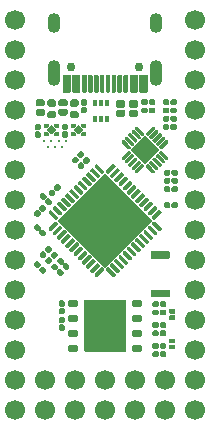
<source format=gts>
G04 #@! TF.GenerationSoftware,KiCad,Pcbnew,5.1.9-1.fc33*
G04 #@! TF.CreationDate,2021-04-28T13:16:13+02:00*
G04 #@! TF.ProjectId,reDIP-SID,72654449-502d-4534-9944-2e6b69636164,0.2*
G04 #@! TF.SameCoordinates,PX5e28010PY8011a50*
G04 #@! TF.FileFunction,Soldermask,Top*
G04 #@! TF.FilePolarity,Negative*
%FSLAX46Y46*%
G04 Gerber Fmt 4.6, Leading zero omitted, Abs format (unit mm)*
G04 Created by KiCad (PCBNEW 5.1.9-1.fc33) date 2021-04-28 13:16:13*
%MOMM*%
%LPD*%
G01*
G04 APERTURE LIST*
%ADD10O,1.100000X2.200000*%
%ADD11C,0.750000*%
%ADD12O,1.100000X1.700000*%
%ADD13C,0.300000*%
%ADD14C,0.350000*%
%ADD15C,1.700000*%
G04 APERTURE END LIST*
G04 #@! TO.C,C19*
G36*
G01*
X4243327Y14170104D02*
X4420104Y13993327D01*
G75*
G02*
X4420104Y13816551I-88388J-88388D01*
G01*
X4200901Y13597348D01*
G75*
G02*
X4024125Y13597348I-88388J88388D01*
G01*
X3847348Y13774125D01*
G75*
G02*
X3847348Y13950901I88388J88388D01*
G01*
X4066551Y14170104D01*
G75*
G02*
X4243327Y14170104I88388J-88388D01*
G01*
G37*
G36*
G01*
X4695875Y14622652D02*
X4872652Y14445875D01*
G75*
G02*
X4872652Y14269099I-88388J-88388D01*
G01*
X4653449Y14049896D01*
G75*
G02*
X4476673Y14049896I-88388J88388D01*
G01*
X4299896Y14226673D01*
G75*
G02*
X4299896Y14403449I88388J88388D01*
G01*
X4519099Y14622652D01*
G75*
G02*
X4695875Y14622652I88388J-88388D01*
G01*
G37*
G04 #@! TD*
G04 #@! TO.C,X1*
G36*
G01*
X11010000Y26650000D02*
X11590000Y26650000D01*
G75*
G02*
X11650000Y26590000I0J-60000D01*
G01*
X11650000Y26110000D01*
G75*
G02*
X11590000Y26050000I-60000J0D01*
G01*
X11010000Y26050000D01*
G75*
G02*
X10950000Y26110000I0J60000D01*
G01*
X10950000Y26590000D01*
G75*
G02*
X11010000Y26650000I60000J0D01*
G01*
G37*
G36*
G01*
X9910000Y26650000D02*
X10490000Y26650000D01*
G75*
G02*
X10550000Y26590000I0J-60000D01*
G01*
X10550000Y26110000D01*
G75*
G02*
X10490000Y26050000I-60000J0D01*
G01*
X9910000Y26050000D01*
G75*
G02*
X9850000Y26110000I0J60000D01*
G01*
X9850000Y26590000D01*
G75*
G02*
X9910000Y26650000I60000J0D01*
G01*
G37*
G36*
G01*
X9910000Y27450000D02*
X10490000Y27450000D01*
G75*
G02*
X10550000Y27390000I0J-60000D01*
G01*
X10550000Y26910000D01*
G75*
G02*
X10490000Y26850000I-60000J0D01*
G01*
X9910000Y26850000D01*
G75*
G02*
X9850000Y26910000I0J60000D01*
G01*
X9850000Y27390000D01*
G75*
G02*
X9910000Y27450000I60000J0D01*
G01*
G37*
G36*
G01*
X11010000Y27450000D02*
X11590000Y27450000D01*
G75*
G02*
X11650000Y27390000I0J-60000D01*
G01*
X11650000Y26910000D01*
G75*
G02*
X11590000Y26850000I-60000J0D01*
G01*
X11010000Y26850000D01*
G75*
G02*
X10950000Y26910000I0J60000D01*
G01*
X10950000Y27390000D01*
G75*
G02*
X11010000Y27450000I60000J0D01*
G01*
G37*
G04 #@! TD*
G04 #@! TO.C,SW1*
G36*
G01*
X14295000Y14020000D02*
X12825000Y14020000D01*
G75*
G02*
X12760000Y14085000I0J65000D01*
G01*
X12760000Y14605000D01*
G75*
G02*
X12825000Y14670000I65000J0D01*
G01*
X14295000Y14670000D01*
G75*
G02*
X14360000Y14605000I0J-65000D01*
G01*
X14360000Y14085000D01*
G75*
G02*
X14295000Y14020000I-65000J0D01*
G01*
G37*
G36*
G01*
X14295000Y10770000D02*
X12825000Y10770000D01*
G75*
G02*
X12760000Y10835000I0J65000D01*
G01*
X12760000Y11355000D01*
G75*
G02*
X12825000Y11420000I65000J0D01*
G01*
X14295000Y11420000D01*
G75*
G02*
X14360000Y11355000I0J-65000D01*
G01*
X14360000Y10835000D01*
G75*
G02*
X14295000Y10770000I-65000J0D01*
G01*
G37*
G04 #@! TD*
G04 #@! TO.C,R13*
G36*
G01*
X3940104Y19216673D02*
X3763327Y19039896D01*
G75*
G02*
X3586551Y19039896I-88388J88388D01*
G01*
X3367348Y19259099D01*
G75*
G02*
X3367348Y19435875I88388J88388D01*
G01*
X3544125Y19612652D01*
G75*
G02*
X3720901Y19612652I88388J-88388D01*
G01*
X3940104Y19393449D01*
G75*
G02*
X3940104Y19216673I-88388J-88388D01*
G01*
G37*
G36*
G01*
X4392652Y18764125D02*
X4215875Y18587348D01*
G75*
G02*
X4039099Y18587348I-88388J88388D01*
G01*
X3819896Y18806551D01*
G75*
G02*
X3819896Y18983327I88388J88388D01*
G01*
X3996673Y19160104D01*
G75*
G02*
X4173449Y19160104I88388J-88388D01*
G01*
X4392652Y18940901D01*
G75*
G02*
X4392652Y18764125I-88388J-88388D01*
G01*
G37*
G04 #@! TD*
G04 #@! TO.C,R12*
G36*
G01*
X3440104Y16576673D02*
X3263327Y16399896D01*
G75*
G02*
X3086551Y16399896I-88388J88388D01*
G01*
X2867348Y16619099D01*
G75*
G02*
X2867348Y16795875I88388J88388D01*
G01*
X3044125Y16972652D01*
G75*
G02*
X3220901Y16972652I88388J-88388D01*
G01*
X3440104Y16753449D01*
G75*
G02*
X3440104Y16576673I-88388J-88388D01*
G01*
G37*
G36*
G01*
X3892652Y16124125D02*
X3715875Y15947348D01*
G75*
G02*
X3539099Y15947348I-88388J88388D01*
G01*
X3319896Y16166551D01*
G75*
G02*
X3319896Y16343327I88388J88388D01*
G01*
X3496673Y16520104D01*
G75*
G02*
X3673449Y16520104I88388J-88388D01*
G01*
X3892652Y16300901D01*
G75*
G02*
X3892652Y16124125I-88388J-88388D01*
G01*
G37*
G04 #@! TD*
G04 #@! TO.C,R7*
G36*
G01*
X6473327Y22690104D02*
X6650104Y22513327D01*
G75*
G02*
X6650104Y22336551I-88388J-88388D01*
G01*
X6430901Y22117348D01*
G75*
G02*
X6254125Y22117348I-88388J88388D01*
G01*
X6077348Y22294125D01*
G75*
G02*
X6077348Y22470901I88388J88388D01*
G01*
X6296551Y22690104D01*
G75*
G02*
X6473327Y22690104I88388J-88388D01*
G01*
G37*
G36*
G01*
X6925875Y23142652D02*
X7102652Y22965875D01*
G75*
G02*
X7102652Y22789099I-88388J-88388D01*
G01*
X6883449Y22569896D01*
G75*
G02*
X6706673Y22569896I-88388J88388D01*
G01*
X6529896Y22746673D01*
G75*
G02*
X6529896Y22923449I88388J88388D01*
G01*
X6749099Y23142652D01*
G75*
G02*
X6925875Y23142652I88388J-88388D01*
G01*
G37*
G04 #@! TD*
G04 #@! TO.C,J5*
G36*
G01*
X5990000Y29562500D02*
X5990000Y28187500D01*
G75*
G02*
X5902500Y28100000I-87500J0D01*
G01*
X5377500Y28100000D01*
G75*
G02*
X5290000Y28187500I0J87500D01*
G01*
X5290000Y29562500D01*
G75*
G02*
X5377500Y29650000I87500J0D01*
G01*
X5902500Y29650000D01*
G75*
G02*
X5990000Y29562500I0J-87500D01*
G01*
G37*
G36*
G01*
X6790000Y29562500D02*
X6790000Y28187500D01*
G75*
G02*
X6702500Y28100000I-87500J0D01*
G01*
X6177500Y28100000D01*
G75*
G02*
X6090000Y28187500I0J87500D01*
G01*
X6090000Y29562500D01*
G75*
G02*
X6177500Y29650000I87500J0D01*
G01*
X6702500Y29650000D01*
G75*
G02*
X6790000Y29562500I0J-87500D01*
G01*
G37*
G36*
G01*
X11690000Y29562500D02*
X11690000Y28187500D01*
G75*
G02*
X11602500Y28100000I-87500J0D01*
G01*
X11077500Y28100000D01*
G75*
G02*
X10990000Y28187500I0J87500D01*
G01*
X10990000Y29562500D01*
G75*
G02*
X11077500Y29650000I87500J0D01*
G01*
X11602500Y29650000D01*
G75*
G02*
X11690000Y29562500I0J-87500D01*
G01*
G37*
G36*
G01*
X12490000Y29562500D02*
X12490000Y28187500D01*
G75*
G02*
X12402500Y28100000I-87500J0D01*
G01*
X11877500Y28100000D01*
G75*
G02*
X11790000Y28187500I0J87500D01*
G01*
X11790000Y29562500D01*
G75*
G02*
X11877500Y29650000I87500J0D01*
G01*
X12402500Y29650000D01*
G75*
G02*
X12490000Y29562500I0J-87500D01*
G01*
G37*
G36*
G01*
X12490000Y29562500D02*
X12490000Y28187500D01*
G75*
G02*
X12402500Y28100000I-87500J0D01*
G01*
X11877500Y28100000D01*
G75*
G02*
X11790000Y28187500I0J87500D01*
G01*
X11790000Y29562500D01*
G75*
G02*
X11877500Y29650000I87500J0D01*
G01*
X12402500Y29650000D01*
G75*
G02*
X12490000Y29562500I0J-87500D01*
G01*
G37*
G36*
G01*
X11690000Y29562500D02*
X11690000Y28187500D01*
G75*
G02*
X11602500Y28100000I-87500J0D01*
G01*
X11077500Y28100000D01*
G75*
G02*
X10990000Y28187500I0J87500D01*
G01*
X10990000Y29562500D01*
G75*
G02*
X11077500Y29650000I87500J0D01*
G01*
X11602500Y29650000D01*
G75*
G02*
X11690000Y29562500I0J-87500D01*
G01*
G37*
G36*
G01*
X6790000Y29562500D02*
X6790000Y28187500D01*
G75*
G02*
X6702500Y28100000I-87500J0D01*
G01*
X6177500Y28100000D01*
G75*
G02*
X6090000Y28187500I0J87500D01*
G01*
X6090000Y29562500D01*
G75*
G02*
X6177500Y29650000I87500J0D01*
G01*
X6702500Y29650000D01*
G75*
G02*
X6790000Y29562500I0J-87500D01*
G01*
G37*
G36*
G01*
X5990000Y29562500D02*
X5990000Y28187500D01*
G75*
G02*
X5902500Y28100000I-87500J0D01*
G01*
X5377500Y28100000D01*
G75*
G02*
X5290000Y28187500I0J87500D01*
G01*
X5290000Y29562500D01*
G75*
G02*
X5377500Y29650000I87500J0D01*
G01*
X5902500Y29650000D01*
G75*
G02*
X5990000Y29562500I0J-87500D01*
G01*
G37*
G36*
G01*
X10840000Y29550000D02*
X10840000Y28200000D01*
G75*
G02*
X10740000Y28100000I-100000J0D01*
G01*
X10540000Y28100000D01*
G75*
G02*
X10440000Y28200000I0J100000D01*
G01*
X10440000Y29550000D01*
G75*
G02*
X10540000Y29650000I100000J0D01*
G01*
X10740000Y29650000D01*
G75*
G02*
X10840000Y29550000I0J-100000D01*
G01*
G37*
G36*
G01*
X10340000Y29550000D02*
X10340000Y28200000D01*
G75*
G02*
X10240000Y28100000I-100000J0D01*
G01*
X10040000Y28100000D01*
G75*
G02*
X9940000Y28200000I0J100000D01*
G01*
X9940000Y29550000D01*
G75*
G02*
X10040000Y29650000I100000J0D01*
G01*
X10240000Y29650000D01*
G75*
G02*
X10340000Y29550000I0J-100000D01*
G01*
G37*
G36*
G01*
X9840000Y29550000D02*
X9840000Y28200000D01*
G75*
G02*
X9740000Y28100000I-100000J0D01*
G01*
X9540000Y28100000D01*
G75*
G02*
X9440000Y28200000I0J100000D01*
G01*
X9440000Y29550000D01*
G75*
G02*
X9540000Y29650000I100000J0D01*
G01*
X9740000Y29650000D01*
G75*
G02*
X9840000Y29550000I0J-100000D01*
G01*
G37*
G36*
G01*
X8840000Y29550000D02*
X8840000Y28200000D01*
G75*
G02*
X8740000Y28100000I-100000J0D01*
G01*
X8540000Y28100000D01*
G75*
G02*
X8440000Y28200000I0J100000D01*
G01*
X8440000Y29550000D01*
G75*
G02*
X8540000Y29650000I100000J0D01*
G01*
X8740000Y29650000D01*
G75*
G02*
X8840000Y29550000I0J-100000D01*
G01*
G37*
G36*
G01*
X8340000Y29550000D02*
X8340000Y28200000D01*
G75*
G02*
X8240000Y28100000I-100000J0D01*
G01*
X8040000Y28100000D01*
G75*
G02*
X7940000Y28200000I0J100000D01*
G01*
X7940000Y29550000D01*
G75*
G02*
X8040000Y29650000I100000J0D01*
G01*
X8240000Y29650000D01*
G75*
G02*
X8340000Y29550000I0J-100000D01*
G01*
G37*
G36*
G01*
X7840000Y29550000D02*
X7840000Y28200000D01*
G75*
G02*
X7740000Y28100000I-100000J0D01*
G01*
X7540000Y28100000D01*
G75*
G02*
X7440000Y28200000I0J100000D01*
G01*
X7440000Y29550000D01*
G75*
G02*
X7540000Y29650000I100000J0D01*
G01*
X7740000Y29650000D01*
G75*
G02*
X7840000Y29550000I0J-100000D01*
G01*
G37*
G36*
G01*
X7340000Y29550000D02*
X7340000Y28200000D01*
G75*
G02*
X7240000Y28100000I-100000J0D01*
G01*
X7040000Y28100000D01*
G75*
G02*
X6940000Y28200000I0J100000D01*
G01*
X6940000Y29550000D01*
G75*
G02*
X7040000Y29650000I100000J0D01*
G01*
X7240000Y29650000D01*
G75*
G02*
X7340000Y29550000I0J-100000D01*
G01*
G37*
G36*
G01*
X9340000Y29550000D02*
X9340000Y28200000D01*
G75*
G02*
X9240000Y28100000I-100000J0D01*
G01*
X9040000Y28100000D01*
G75*
G02*
X8940000Y28200000I0J100000D01*
G01*
X8940000Y29550000D01*
G75*
G02*
X9040000Y29650000I100000J0D01*
G01*
X9240000Y29650000D01*
G75*
G02*
X9340000Y29550000I0J-100000D01*
G01*
G37*
D10*
X4570000Y29790000D03*
X13210000Y29790000D03*
D11*
X11780000Y30320000D03*
D12*
X13210000Y33970000D03*
D11*
X6000000Y30320000D03*
D12*
X4570000Y33970000D03*
G04 #@! TD*
G04 #@! TO.C,D4*
G36*
G01*
X14792500Y9405000D02*
X14367500Y9405000D01*
G75*
G02*
X14330000Y9442500I0J37500D01*
G01*
X14330000Y9742500D01*
G75*
G02*
X14367500Y9780000I37500J0D01*
G01*
X14792500Y9780000D01*
G75*
G02*
X14830000Y9742500I0J-37500D01*
G01*
X14830000Y9442500D01*
G75*
G02*
X14792500Y9405000I-37500J0D01*
G01*
G37*
G36*
G01*
X14792500Y8880000D02*
X14367500Y8880000D01*
G75*
G02*
X14330000Y8917500I0J37500D01*
G01*
X14330000Y9217500D01*
G75*
G02*
X14367500Y9255000I37500J0D01*
G01*
X14792500Y9255000D01*
G75*
G02*
X14830000Y9217500I0J-37500D01*
G01*
X14830000Y8917500D01*
G75*
G02*
X14792500Y8880000I-37500J0D01*
G01*
G37*
G04 #@! TD*
G04 #@! TO.C,D3*
G36*
G01*
X14367500Y6755000D02*
X14792500Y6755000D01*
G75*
G02*
X14830000Y6717500I0J-37500D01*
G01*
X14830000Y6417500D01*
G75*
G02*
X14792500Y6380000I-37500J0D01*
G01*
X14367500Y6380000D01*
G75*
G02*
X14330000Y6417500I0J37500D01*
G01*
X14330000Y6717500D01*
G75*
G02*
X14367500Y6755000I37500J0D01*
G01*
G37*
G36*
G01*
X14367500Y7280000D02*
X14792500Y7280000D01*
G75*
G02*
X14830000Y7242500I0J-37500D01*
G01*
X14830000Y6942500D01*
G75*
G02*
X14792500Y6905000I-37500J0D01*
G01*
X14367500Y6905000D01*
G75*
G02*
X14330000Y6942500I0J37500D01*
G01*
X14330000Y7242500D01*
G75*
G02*
X14367500Y7280000I37500J0D01*
G01*
G37*
G04 #@! TD*
G04 #@! TO.C,R9*
G36*
G01*
X12890000Y10075000D02*
X12890000Y10325000D01*
G75*
G02*
X13015000Y10450000I125000J0D01*
G01*
X13325000Y10450000D01*
G75*
G02*
X13450000Y10325000I0J-125000D01*
G01*
X13450000Y10075000D01*
G75*
G02*
X13325000Y9950000I-125000J0D01*
G01*
X13015000Y9950000D01*
G75*
G02*
X12890000Y10075000I0J125000D01*
G01*
G37*
G36*
G01*
X13530000Y10075000D02*
X13530000Y10325000D01*
G75*
G02*
X13655000Y10450000I125000J0D01*
G01*
X13965000Y10450000D01*
G75*
G02*
X14090000Y10325000I0J-125000D01*
G01*
X14090000Y10075000D01*
G75*
G02*
X13965000Y9950000I-125000J0D01*
G01*
X13655000Y9950000D01*
G75*
G02*
X13530000Y10075000I0J125000D01*
G01*
G37*
G04 #@! TD*
G04 #@! TO.C,R14*
G36*
G01*
X7206673Y22079896D02*
X7029896Y22256673D01*
G75*
G02*
X7029896Y22433449I88388J88388D01*
G01*
X7249099Y22652652D01*
G75*
G02*
X7425875Y22652652I88388J-88388D01*
G01*
X7602652Y22475875D01*
G75*
G02*
X7602652Y22299099I-88388J-88388D01*
G01*
X7383449Y22079896D01*
G75*
G02*
X7206673Y22079896I-88388J88388D01*
G01*
G37*
G36*
G01*
X6754125Y21627348D02*
X6577348Y21804125D01*
G75*
G02*
X6577348Y21980901I88388J88388D01*
G01*
X6796551Y22200104D01*
G75*
G02*
X6973327Y22200104I88388J-88388D01*
G01*
X7150104Y22023327D01*
G75*
G02*
X7150104Y21846551I-88388J-88388D01*
G01*
X6930901Y21627348D01*
G75*
G02*
X6754125Y21627348I-88388J88388D01*
G01*
G37*
G04 #@! TD*
G04 #@! TO.C,U7*
G36*
G01*
X7140000Y6210000D02*
X7140000Y10510000D01*
G75*
G02*
X7190000Y10560000I50000J0D01*
G01*
X10590000Y10560000D01*
G75*
G02*
X10640000Y10510000I0J-50000D01*
G01*
X10640000Y6210000D01*
G75*
G02*
X10590000Y6160000I-50000J0D01*
G01*
X7190000Y6160000D01*
G75*
G02*
X7140000Y6210000I0J50000D01*
G01*
G37*
G36*
G01*
X11165000Y10115000D02*
X11165000Y10415000D01*
G75*
G02*
X11315000Y10565000I150000J0D01*
G01*
X11865000Y10565000D01*
G75*
G02*
X12015000Y10415000I0J-150000D01*
G01*
X12015000Y10115000D01*
G75*
G02*
X11865000Y9965000I-150000J0D01*
G01*
X11315000Y9965000D01*
G75*
G02*
X11165000Y10115000I0J150000D01*
G01*
G37*
G36*
G01*
X11165000Y8845000D02*
X11165000Y9145000D01*
G75*
G02*
X11315000Y9295000I150000J0D01*
G01*
X11865000Y9295000D01*
G75*
G02*
X12015000Y9145000I0J-150000D01*
G01*
X12015000Y8845000D01*
G75*
G02*
X11865000Y8695000I-150000J0D01*
G01*
X11315000Y8695000D01*
G75*
G02*
X11165000Y8845000I0J150000D01*
G01*
G37*
G36*
G01*
X11165000Y7575000D02*
X11165000Y7875000D01*
G75*
G02*
X11315000Y8025000I150000J0D01*
G01*
X11865000Y8025000D01*
G75*
G02*
X12015000Y7875000I0J-150000D01*
G01*
X12015000Y7575000D01*
G75*
G02*
X11865000Y7425000I-150000J0D01*
G01*
X11315000Y7425000D01*
G75*
G02*
X11165000Y7575000I0J150000D01*
G01*
G37*
G36*
G01*
X11165000Y6305000D02*
X11165000Y6605000D01*
G75*
G02*
X11315000Y6755000I150000J0D01*
G01*
X11865000Y6755000D01*
G75*
G02*
X12015000Y6605000I0J-150000D01*
G01*
X12015000Y6305000D01*
G75*
G02*
X11865000Y6155000I-150000J0D01*
G01*
X11315000Y6155000D01*
G75*
G02*
X11165000Y6305000I0J150000D01*
G01*
G37*
G36*
G01*
X5765000Y6305000D02*
X5765000Y6605000D01*
G75*
G02*
X5915000Y6755000I150000J0D01*
G01*
X6465000Y6755000D01*
G75*
G02*
X6615000Y6605000I0J-150000D01*
G01*
X6615000Y6305000D01*
G75*
G02*
X6465000Y6155000I-150000J0D01*
G01*
X5915000Y6155000D01*
G75*
G02*
X5765000Y6305000I0J150000D01*
G01*
G37*
G36*
G01*
X5765000Y7575000D02*
X5765000Y7875000D01*
G75*
G02*
X5915000Y8025000I150000J0D01*
G01*
X6465000Y8025000D01*
G75*
G02*
X6615000Y7875000I0J-150000D01*
G01*
X6615000Y7575000D01*
G75*
G02*
X6465000Y7425000I-150000J0D01*
G01*
X5915000Y7425000D01*
G75*
G02*
X5765000Y7575000I0J150000D01*
G01*
G37*
G36*
G01*
X5765000Y8845000D02*
X5765000Y9145000D01*
G75*
G02*
X5915000Y9295000I150000J0D01*
G01*
X6465000Y9295000D01*
G75*
G02*
X6615000Y9145000I0J-150000D01*
G01*
X6615000Y8845000D01*
G75*
G02*
X6465000Y8695000I-150000J0D01*
G01*
X5915000Y8695000D01*
G75*
G02*
X5765000Y8845000I0J150000D01*
G01*
G37*
G36*
G01*
X5765000Y10115000D02*
X5765000Y10415000D01*
G75*
G02*
X5915000Y10565000I150000J0D01*
G01*
X6465000Y10565000D01*
G75*
G02*
X6615000Y10415000I0J-150000D01*
G01*
X6615000Y10115000D01*
G75*
G02*
X6465000Y9965000I-150000J0D01*
G01*
X5915000Y9965000D01*
G75*
G02*
X5765000Y10115000I0J150000D01*
G01*
G37*
G04 #@! TD*
G04 #@! TO.C,R8*
G36*
G01*
X12890000Y5835000D02*
X12890000Y6085000D01*
G75*
G02*
X13015000Y6210000I125000J0D01*
G01*
X13325000Y6210000D01*
G75*
G02*
X13450000Y6085000I0J-125000D01*
G01*
X13450000Y5835000D01*
G75*
G02*
X13325000Y5710000I-125000J0D01*
G01*
X13015000Y5710000D01*
G75*
G02*
X12890000Y5835000I0J125000D01*
G01*
G37*
G36*
G01*
X13530000Y5835000D02*
X13530000Y6085000D01*
G75*
G02*
X13655000Y6210000I125000J0D01*
G01*
X13965000Y6210000D01*
G75*
G02*
X14090000Y6085000I0J-125000D01*
G01*
X14090000Y5835000D01*
G75*
G02*
X13965000Y5710000I-125000J0D01*
G01*
X13655000Y5710000D01*
G75*
G02*
X13530000Y5835000I0J125000D01*
G01*
G37*
G04 #@! TD*
D13*
G04 #@! TO.C,SolderMask D0.5mm*
X5250000Y23520000D03*
G04 #@! TD*
G04 #@! TO.C,SolderMask D0.5mm*
X4650000Y23520000D03*
G04 #@! TD*
G04 #@! TO.C,SolderMask D0.5mm*
X4050000Y23520000D03*
G04 #@! TD*
G04 #@! TO.C,SolderMask D0.5mm*
X5550000Y24040000D03*
G04 #@! TD*
G04 #@! TO.C,SolderMask D0.5mm*
X4950000Y24040000D03*
G04 #@! TD*
G04 #@! TO.C,SolderMask D0.5mm*
X4350000Y24040000D03*
G04 #@! TD*
G04 #@! TO.C,SolderMask D0.5mm*
X3750000Y24040000D03*
G04 #@! TD*
D14*
G04 #@! TO.C,U1*
G36*
X7299039Y25160245D02*
G01*
X7296194Y25150866D01*
X7291573Y25142221D01*
X7285355Y25134645D01*
X7277779Y25128427D01*
X7269134Y25123806D01*
X7259755Y25120961D01*
X7250000Y25120000D01*
X7050000Y25120000D01*
X7040245Y25120961D01*
X7030866Y25123806D01*
X7022221Y25128427D01*
X7014645Y25134645D01*
X6864645Y25284645D01*
X6858427Y25292221D01*
X6853806Y25300866D01*
X6850961Y25310245D01*
X6850000Y25320000D01*
X6850000Y25420000D01*
X6850961Y25429755D01*
X6853806Y25439134D01*
X6858427Y25447779D01*
X6864645Y25455355D01*
X6872221Y25461573D01*
X6880866Y25466194D01*
X6890245Y25469039D01*
X6900000Y25470000D01*
X7250000Y25470000D01*
X7259755Y25469039D01*
X7269134Y25466194D01*
X7277779Y25461573D01*
X7285355Y25455355D01*
X7291573Y25447779D01*
X7296194Y25439134D01*
X7299039Y25429755D01*
X7300000Y25420000D01*
X7300000Y25170000D01*
X7299039Y25160245D01*
G37*
G36*
X6850961Y24629755D02*
G01*
X6853806Y24639134D01*
X6858427Y24647779D01*
X6864645Y24655355D01*
X7014645Y24805355D01*
X7022221Y24811573D01*
X7030866Y24816194D01*
X7040245Y24819039D01*
X7050000Y24820000D01*
X7250000Y24820000D01*
X7259755Y24819039D01*
X7269134Y24816194D01*
X7277779Y24811573D01*
X7285355Y24805355D01*
X7291573Y24797779D01*
X7296194Y24789134D01*
X7299039Y24779755D01*
X7300000Y24770000D01*
X7300000Y24520000D01*
X7299039Y24510245D01*
X7296194Y24500866D01*
X7291573Y24492221D01*
X7285355Y24484645D01*
X7277779Y24478427D01*
X7269134Y24473806D01*
X7259755Y24470961D01*
X7250000Y24470000D01*
X6900000Y24470000D01*
X6890245Y24470961D01*
X6880866Y24473806D01*
X6872221Y24478427D01*
X6864645Y24484645D01*
X6858427Y24492221D01*
X6853806Y24500866D01*
X6850961Y24510245D01*
X6850000Y24520000D01*
X6850000Y24620000D01*
X6850961Y24629755D01*
G37*
G36*
X6449039Y25310245D02*
G01*
X6446194Y25300866D01*
X6441573Y25292221D01*
X6435355Y25284645D01*
X6285355Y25134645D01*
X6277779Y25128427D01*
X6269134Y25123806D01*
X6259755Y25120961D01*
X6250000Y25120000D01*
X6050000Y25120000D01*
X6040245Y25120961D01*
X6030866Y25123806D01*
X6022221Y25128427D01*
X6014645Y25134645D01*
X6008427Y25142221D01*
X6003806Y25150866D01*
X6000961Y25160245D01*
X6000000Y25170000D01*
X6000000Y25420000D01*
X6000961Y25429755D01*
X6003806Y25439134D01*
X6008427Y25447779D01*
X6014645Y25455355D01*
X6022221Y25461573D01*
X6030866Y25466194D01*
X6040245Y25469039D01*
X6050000Y25470000D01*
X6400000Y25470000D01*
X6409755Y25469039D01*
X6419134Y25466194D01*
X6427779Y25461573D01*
X6435355Y25455355D01*
X6441573Y25447779D01*
X6446194Y25439134D01*
X6449039Y25429755D01*
X6450000Y25420000D01*
X6450000Y25320000D01*
X6449039Y25310245D01*
G37*
G36*
X6000961Y24779755D02*
G01*
X6003806Y24789134D01*
X6008427Y24797779D01*
X6014645Y24805355D01*
X6022221Y24811573D01*
X6030866Y24816194D01*
X6040245Y24819039D01*
X6050000Y24820000D01*
X6250000Y24820000D01*
X6259755Y24819039D01*
X6269134Y24816194D01*
X6277779Y24811573D01*
X6285355Y24805355D01*
X6435355Y24655355D01*
X6441573Y24647779D01*
X6446194Y24639134D01*
X6449039Y24629755D01*
X6450000Y24620000D01*
X6450000Y24520000D01*
X6449039Y24510245D01*
X6446194Y24500866D01*
X6441573Y24492221D01*
X6435355Y24484645D01*
X6427779Y24478427D01*
X6419134Y24473806D01*
X6409755Y24470961D01*
X6400000Y24470000D01*
X6050000Y24470000D01*
X6040245Y24470961D01*
X6030866Y24473806D01*
X6022221Y24478427D01*
X6014645Y24484645D01*
X6008427Y24492221D01*
X6003806Y24500866D01*
X6000961Y24510245D01*
X6000000Y24520000D01*
X6000000Y24770000D01*
X6000961Y24779755D01*
G37*
G36*
G01*
X6614645Y24595234D02*
X6275234Y24934645D01*
G75*
G02*
X6275234Y25005355I35355J35355D01*
G01*
X6614645Y25344766D01*
G75*
G02*
X6685355Y25344766I35355J-35355D01*
G01*
X7024766Y25005355D01*
G75*
G02*
X7024766Y24934645I-35355J-35355D01*
G01*
X6685355Y24595234D01*
G75*
G02*
X6614645Y24595234I-35355J35355D01*
G01*
G37*
G04 #@! TD*
G04 #@! TO.C,U2*
G36*
X4999039Y25160245D02*
G01*
X4996194Y25150866D01*
X4991573Y25142221D01*
X4985355Y25134645D01*
X4977779Y25128427D01*
X4969134Y25123806D01*
X4959755Y25120961D01*
X4950000Y25120000D01*
X4750000Y25120000D01*
X4740245Y25120961D01*
X4730866Y25123806D01*
X4722221Y25128427D01*
X4714645Y25134645D01*
X4564645Y25284645D01*
X4558427Y25292221D01*
X4553806Y25300866D01*
X4550961Y25310245D01*
X4550000Y25320000D01*
X4550000Y25420000D01*
X4550961Y25429755D01*
X4553806Y25439134D01*
X4558427Y25447779D01*
X4564645Y25455355D01*
X4572221Y25461573D01*
X4580866Y25466194D01*
X4590245Y25469039D01*
X4600000Y25470000D01*
X4950000Y25470000D01*
X4959755Y25469039D01*
X4969134Y25466194D01*
X4977779Y25461573D01*
X4985355Y25455355D01*
X4991573Y25447779D01*
X4996194Y25439134D01*
X4999039Y25429755D01*
X5000000Y25420000D01*
X5000000Y25170000D01*
X4999039Y25160245D01*
G37*
G36*
X4550961Y24629755D02*
G01*
X4553806Y24639134D01*
X4558427Y24647779D01*
X4564645Y24655355D01*
X4714645Y24805355D01*
X4722221Y24811573D01*
X4730866Y24816194D01*
X4740245Y24819039D01*
X4750000Y24820000D01*
X4950000Y24820000D01*
X4959755Y24819039D01*
X4969134Y24816194D01*
X4977779Y24811573D01*
X4985355Y24805355D01*
X4991573Y24797779D01*
X4996194Y24789134D01*
X4999039Y24779755D01*
X5000000Y24770000D01*
X5000000Y24520000D01*
X4999039Y24510245D01*
X4996194Y24500866D01*
X4991573Y24492221D01*
X4985355Y24484645D01*
X4977779Y24478427D01*
X4969134Y24473806D01*
X4959755Y24470961D01*
X4950000Y24470000D01*
X4600000Y24470000D01*
X4590245Y24470961D01*
X4580866Y24473806D01*
X4572221Y24478427D01*
X4564645Y24484645D01*
X4558427Y24492221D01*
X4553806Y24500866D01*
X4550961Y24510245D01*
X4550000Y24520000D01*
X4550000Y24620000D01*
X4550961Y24629755D01*
G37*
G36*
X4149039Y25310245D02*
G01*
X4146194Y25300866D01*
X4141573Y25292221D01*
X4135355Y25284645D01*
X3985355Y25134645D01*
X3977779Y25128427D01*
X3969134Y25123806D01*
X3959755Y25120961D01*
X3950000Y25120000D01*
X3750000Y25120000D01*
X3740245Y25120961D01*
X3730866Y25123806D01*
X3722221Y25128427D01*
X3714645Y25134645D01*
X3708427Y25142221D01*
X3703806Y25150866D01*
X3700961Y25160245D01*
X3700000Y25170000D01*
X3700000Y25420000D01*
X3700961Y25429755D01*
X3703806Y25439134D01*
X3708427Y25447779D01*
X3714645Y25455355D01*
X3722221Y25461573D01*
X3730866Y25466194D01*
X3740245Y25469039D01*
X3750000Y25470000D01*
X4100000Y25470000D01*
X4109755Y25469039D01*
X4119134Y25466194D01*
X4127779Y25461573D01*
X4135355Y25455355D01*
X4141573Y25447779D01*
X4146194Y25439134D01*
X4149039Y25429755D01*
X4150000Y25420000D01*
X4150000Y25320000D01*
X4149039Y25310245D01*
G37*
G36*
X3700961Y24779755D02*
G01*
X3703806Y24789134D01*
X3708427Y24797779D01*
X3714645Y24805355D01*
X3722221Y24811573D01*
X3730866Y24816194D01*
X3740245Y24819039D01*
X3750000Y24820000D01*
X3950000Y24820000D01*
X3959755Y24819039D01*
X3969134Y24816194D01*
X3977779Y24811573D01*
X3985355Y24805355D01*
X4135355Y24655355D01*
X4141573Y24647779D01*
X4146194Y24639134D01*
X4149039Y24629755D01*
X4150000Y24620000D01*
X4150000Y24520000D01*
X4149039Y24510245D01*
X4146194Y24500866D01*
X4141573Y24492221D01*
X4135355Y24484645D01*
X4127779Y24478427D01*
X4119134Y24473806D01*
X4109755Y24470961D01*
X4100000Y24470000D01*
X3750000Y24470000D01*
X3740245Y24470961D01*
X3730866Y24473806D01*
X3722221Y24478427D01*
X3714645Y24484645D01*
X3708427Y24492221D01*
X3703806Y24500866D01*
X3700961Y24510245D01*
X3700000Y24520000D01*
X3700000Y24770000D01*
X3700961Y24779755D01*
G37*
G36*
G01*
X4314645Y24595234D02*
X3975234Y24934645D01*
G75*
G02*
X3975234Y25005355I35355J35355D01*
G01*
X4314645Y25344766D01*
G75*
G02*
X4385355Y25344766I35355J-35355D01*
G01*
X4724766Y25005355D01*
G75*
G02*
X4724766Y24934645I-35355J-35355D01*
G01*
X4385355Y24595234D01*
G75*
G02*
X4314645Y24595234I-35355J35355D01*
G01*
G37*
G04 #@! TD*
G04 #@! TO.C,U8*
G36*
G01*
X8925355Y21275153D02*
X12885153Y17315355D01*
G75*
G02*
X12885153Y17244645I-35355J-35355D01*
G01*
X8925355Y13284847D01*
G75*
G02*
X8854645Y13284847I-35355J35355D01*
G01*
X4894847Y17244645D01*
G75*
G02*
X4894847Y17315355I35355J35355D01*
G01*
X8854645Y21275153D01*
G75*
G02*
X8925355Y21275153I35355J-35355D01*
G01*
G37*
G36*
G01*
X13106124Y17200451D02*
X13671810Y16634765D01*
G75*
G02*
X13671810Y16511021I-61872J-61872D01*
G01*
X13548066Y16387277D01*
G75*
G02*
X13424322Y16387277I-61872J61872D01*
G01*
X12858636Y16952963D01*
G75*
G02*
X12858636Y17076707I61872J61872D01*
G01*
X12982380Y17200451D01*
G75*
G02*
X13106124Y17200451I61872J-61872D01*
G01*
G37*
G36*
G01*
X12752571Y16846898D02*
X13318257Y16281212D01*
G75*
G02*
X13318257Y16157468I-61872J-61872D01*
G01*
X13194513Y16033724D01*
G75*
G02*
X13070769Y16033724I-61872J61872D01*
G01*
X12505083Y16599410D01*
G75*
G02*
X12505083Y16723154I61872J61872D01*
G01*
X12628827Y16846898D01*
G75*
G02*
X12752571Y16846898I61872J-61872D01*
G01*
G37*
G36*
G01*
X12399017Y16493344D02*
X12964703Y15927658D01*
G75*
G02*
X12964703Y15803914I-61872J-61872D01*
G01*
X12840959Y15680170D01*
G75*
G02*
X12717215Y15680170I-61872J61872D01*
G01*
X12151529Y16245856D01*
G75*
G02*
X12151529Y16369600I61872J61872D01*
G01*
X12275273Y16493344D01*
G75*
G02*
X12399017Y16493344I61872J-61872D01*
G01*
G37*
G36*
G01*
X12045464Y16139791D02*
X12611150Y15574105D01*
G75*
G02*
X12611150Y15450361I-61872J-61872D01*
G01*
X12487406Y15326617D01*
G75*
G02*
X12363662Y15326617I-61872J61872D01*
G01*
X11797976Y15892303D01*
G75*
G02*
X11797976Y16016047I61872J61872D01*
G01*
X11921720Y16139791D01*
G75*
G02*
X12045464Y16139791I61872J-61872D01*
G01*
G37*
G36*
G01*
X11691911Y15786238D02*
X12257597Y15220552D01*
G75*
G02*
X12257597Y15096808I-61872J-61872D01*
G01*
X12133853Y14973064D01*
G75*
G02*
X12010109Y14973064I-61872J61872D01*
G01*
X11444423Y15538750D01*
G75*
G02*
X11444423Y15662494I61872J61872D01*
G01*
X11568167Y15786238D01*
G75*
G02*
X11691911Y15786238I61872J-61872D01*
G01*
G37*
G36*
G01*
X11338357Y15432684D02*
X11904043Y14866998D01*
G75*
G02*
X11904043Y14743254I-61872J-61872D01*
G01*
X11780299Y14619510D01*
G75*
G02*
X11656555Y14619510I-61872J61872D01*
G01*
X11090869Y15185196D01*
G75*
G02*
X11090869Y15308940I61872J61872D01*
G01*
X11214613Y15432684D01*
G75*
G02*
X11338357Y15432684I61872J-61872D01*
G01*
G37*
G36*
G01*
X10984804Y15079131D02*
X11550490Y14513445D01*
G75*
G02*
X11550490Y14389701I-61872J-61872D01*
G01*
X11426746Y14265957D01*
G75*
G02*
X11303002Y14265957I-61872J61872D01*
G01*
X10737316Y14831643D01*
G75*
G02*
X10737316Y14955387I61872J61872D01*
G01*
X10861060Y15079131D01*
G75*
G02*
X10984804Y15079131I61872J-61872D01*
G01*
G37*
G36*
G01*
X10631250Y14725577D02*
X11196936Y14159891D01*
G75*
G02*
X11196936Y14036147I-61872J-61872D01*
G01*
X11073192Y13912403D01*
G75*
G02*
X10949448Y13912403I-61872J61872D01*
G01*
X10383762Y14478089D01*
G75*
G02*
X10383762Y14601833I61872J61872D01*
G01*
X10507506Y14725577D01*
G75*
G02*
X10631250Y14725577I61872J-61872D01*
G01*
G37*
G36*
G01*
X10277697Y14372024D02*
X10843383Y13806338D01*
G75*
G02*
X10843383Y13682594I-61872J-61872D01*
G01*
X10719639Y13558850D01*
G75*
G02*
X10595895Y13558850I-61872J61872D01*
G01*
X10030209Y14124536D01*
G75*
G02*
X10030209Y14248280I61872J61872D01*
G01*
X10153953Y14372024D01*
G75*
G02*
X10277697Y14372024I61872J-61872D01*
G01*
G37*
G36*
G01*
X9924144Y14018471D02*
X10489830Y13452785D01*
G75*
G02*
X10489830Y13329041I-61872J-61872D01*
G01*
X10366086Y13205297D01*
G75*
G02*
X10242342Y13205297I-61872J61872D01*
G01*
X9676656Y13770983D01*
G75*
G02*
X9676656Y13894727I61872J61872D01*
G01*
X9800400Y14018471D01*
G75*
G02*
X9924144Y14018471I61872J-61872D01*
G01*
G37*
G36*
G01*
X9570590Y13664917D02*
X10136276Y13099231D01*
G75*
G02*
X10136276Y12975487I-61872J-61872D01*
G01*
X10012532Y12851743D01*
G75*
G02*
X9888788Y12851743I-61872J61872D01*
G01*
X9323102Y13417429D01*
G75*
G02*
X9323102Y13541173I61872J61872D01*
G01*
X9446846Y13664917D01*
G75*
G02*
X9570590Y13664917I61872J-61872D01*
G01*
G37*
G36*
G01*
X9217037Y13311364D02*
X9782723Y12745678D01*
G75*
G02*
X9782723Y12621934I-61872J-61872D01*
G01*
X9658979Y12498190D01*
G75*
G02*
X9535235Y12498190I-61872J61872D01*
G01*
X8969549Y13063876D01*
G75*
G02*
X8969549Y13187620I61872J61872D01*
G01*
X9093293Y13311364D01*
G75*
G02*
X9217037Y13311364I61872J-61872D01*
G01*
G37*
G36*
G01*
X8686707Y13311364D02*
X8810451Y13187620D01*
G75*
G02*
X8810451Y13063876I-61872J-61872D01*
G01*
X8244765Y12498190D01*
G75*
G02*
X8121021Y12498190I-61872J61872D01*
G01*
X7997277Y12621934D01*
G75*
G02*
X7997277Y12745678I61872J61872D01*
G01*
X8562963Y13311364D01*
G75*
G02*
X8686707Y13311364I61872J-61872D01*
G01*
G37*
G36*
G01*
X8333154Y13664917D02*
X8456898Y13541173D01*
G75*
G02*
X8456898Y13417429I-61872J-61872D01*
G01*
X7891212Y12851743D01*
G75*
G02*
X7767468Y12851743I-61872J61872D01*
G01*
X7643724Y12975487D01*
G75*
G02*
X7643724Y13099231I61872J61872D01*
G01*
X8209410Y13664917D01*
G75*
G02*
X8333154Y13664917I61872J-61872D01*
G01*
G37*
G36*
G01*
X7979600Y14018471D02*
X8103344Y13894727D01*
G75*
G02*
X8103344Y13770983I-61872J-61872D01*
G01*
X7537658Y13205297D01*
G75*
G02*
X7413914Y13205297I-61872J61872D01*
G01*
X7290170Y13329041D01*
G75*
G02*
X7290170Y13452785I61872J61872D01*
G01*
X7855856Y14018471D01*
G75*
G02*
X7979600Y14018471I61872J-61872D01*
G01*
G37*
G36*
G01*
X7626047Y14372024D02*
X7749791Y14248280D01*
G75*
G02*
X7749791Y14124536I-61872J-61872D01*
G01*
X7184105Y13558850D01*
G75*
G02*
X7060361Y13558850I-61872J61872D01*
G01*
X6936617Y13682594D01*
G75*
G02*
X6936617Y13806338I61872J61872D01*
G01*
X7502303Y14372024D01*
G75*
G02*
X7626047Y14372024I61872J-61872D01*
G01*
G37*
G36*
G01*
X7272494Y14725577D02*
X7396238Y14601833D01*
G75*
G02*
X7396238Y14478089I-61872J-61872D01*
G01*
X6830552Y13912403D01*
G75*
G02*
X6706808Y13912403I-61872J61872D01*
G01*
X6583064Y14036147D01*
G75*
G02*
X6583064Y14159891I61872J61872D01*
G01*
X7148750Y14725577D01*
G75*
G02*
X7272494Y14725577I61872J-61872D01*
G01*
G37*
G36*
G01*
X6918940Y15079131D02*
X7042684Y14955387D01*
G75*
G02*
X7042684Y14831643I-61872J-61872D01*
G01*
X6476998Y14265957D01*
G75*
G02*
X6353254Y14265957I-61872J61872D01*
G01*
X6229510Y14389701D01*
G75*
G02*
X6229510Y14513445I61872J61872D01*
G01*
X6795196Y15079131D01*
G75*
G02*
X6918940Y15079131I61872J-61872D01*
G01*
G37*
G36*
G01*
X6565387Y15432684D02*
X6689131Y15308940D01*
G75*
G02*
X6689131Y15185196I-61872J-61872D01*
G01*
X6123445Y14619510D01*
G75*
G02*
X5999701Y14619510I-61872J61872D01*
G01*
X5875957Y14743254D01*
G75*
G02*
X5875957Y14866998I61872J61872D01*
G01*
X6441643Y15432684D01*
G75*
G02*
X6565387Y15432684I61872J-61872D01*
G01*
G37*
G36*
G01*
X6211833Y15786238D02*
X6335577Y15662494D01*
G75*
G02*
X6335577Y15538750I-61872J-61872D01*
G01*
X5769891Y14973064D01*
G75*
G02*
X5646147Y14973064I-61872J61872D01*
G01*
X5522403Y15096808D01*
G75*
G02*
X5522403Y15220552I61872J61872D01*
G01*
X6088089Y15786238D01*
G75*
G02*
X6211833Y15786238I61872J-61872D01*
G01*
G37*
G36*
G01*
X5858280Y16139791D02*
X5982024Y16016047D01*
G75*
G02*
X5982024Y15892303I-61872J-61872D01*
G01*
X5416338Y15326617D01*
G75*
G02*
X5292594Y15326617I-61872J61872D01*
G01*
X5168850Y15450361D01*
G75*
G02*
X5168850Y15574105I61872J61872D01*
G01*
X5734536Y16139791D01*
G75*
G02*
X5858280Y16139791I61872J-61872D01*
G01*
G37*
G36*
G01*
X5504727Y16493344D02*
X5628471Y16369600D01*
G75*
G02*
X5628471Y16245856I-61872J-61872D01*
G01*
X5062785Y15680170D01*
G75*
G02*
X4939041Y15680170I-61872J61872D01*
G01*
X4815297Y15803914D01*
G75*
G02*
X4815297Y15927658I61872J61872D01*
G01*
X5380983Y16493344D01*
G75*
G02*
X5504727Y16493344I61872J-61872D01*
G01*
G37*
G36*
G01*
X5151173Y16846898D02*
X5274917Y16723154D01*
G75*
G02*
X5274917Y16599410I-61872J-61872D01*
G01*
X4709231Y16033724D01*
G75*
G02*
X4585487Y16033724I-61872J61872D01*
G01*
X4461743Y16157468D01*
G75*
G02*
X4461743Y16281212I61872J61872D01*
G01*
X5027429Y16846898D01*
G75*
G02*
X5151173Y16846898I61872J-61872D01*
G01*
G37*
G36*
G01*
X4797620Y17200451D02*
X4921364Y17076707D01*
G75*
G02*
X4921364Y16952963I-61872J-61872D01*
G01*
X4355678Y16387277D01*
G75*
G02*
X4231934Y16387277I-61872J61872D01*
G01*
X4108190Y16511021D01*
G75*
G02*
X4108190Y16634765I61872J61872D01*
G01*
X4673876Y17200451D01*
G75*
G02*
X4797620Y17200451I61872J-61872D01*
G01*
G37*
G36*
G01*
X4355678Y18172723D02*
X4921364Y17607037D01*
G75*
G02*
X4921364Y17483293I-61872J-61872D01*
G01*
X4797620Y17359549D01*
G75*
G02*
X4673876Y17359549I-61872J61872D01*
G01*
X4108190Y17925235D01*
G75*
G02*
X4108190Y18048979I61872J61872D01*
G01*
X4231934Y18172723D01*
G75*
G02*
X4355678Y18172723I61872J-61872D01*
G01*
G37*
G36*
G01*
X4709231Y18526276D02*
X5274917Y17960590D01*
G75*
G02*
X5274917Y17836846I-61872J-61872D01*
G01*
X5151173Y17713102D01*
G75*
G02*
X5027429Y17713102I-61872J61872D01*
G01*
X4461743Y18278788D01*
G75*
G02*
X4461743Y18402532I61872J61872D01*
G01*
X4585487Y18526276D01*
G75*
G02*
X4709231Y18526276I61872J-61872D01*
G01*
G37*
G36*
G01*
X5062785Y18879830D02*
X5628471Y18314144D01*
G75*
G02*
X5628471Y18190400I-61872J-61872D01*
G01*
X5504727Y18066656D01*
G75*
G02*
X5380983Y18066656I-61872J61872D01*
G01*
X4815297Y18632342D01*
G75*
G02*
X4815297Y18756086I61872J61872D01*
G01*
X4939041Y18879830D01*
G75*
G02*
X5062785Y18879830I61872J-61872D01*
G01*
G37*
G36*
G01*
X5416338Y19233383D02*
X5982024Y18667697D01*
G75*
G02*
X5982024Y18543953I-61872J-61872D01*
G01*
X5858280Y18420209D01*
G75*
G02*
X5734536Y18420209I-61872J61872D01*
G01*
X5168850Y18985895D01*
G75*
G02*
X5168850Y19109639I61872J61872D01*
G01*
X5292594Y19233383D01*
G75*
G02*
X5416338Y19233383I61872J-61872D01*
G01*
G37*
G36*
G01*
X5769891Y19586936D02*
X6335577Y19021250D01*
G75*
G02*
X6335577Y18897506I-61872J-61872D01*
G01*
X6211833Y18773762D01*
G75*
G02*
X6088089Y18773762I-61872J61872D01*
G01*
X5522403Y19339448D01*
G75*
G02*
X5522403Y19463192I61872J61872D01*
G01*
X5646147Y19586936D01*
G75*
G02*
X5769891Y19586936I61872J-61872D01*
G01*
G37*
G36*
G01*
X6123445Y19940490D02*
X6689131Y19374804D01*
G75*
G02*
X6689131Y19251060I-61872J-61872D01*
G01*
X6565387Y19127316D01*
G75*
G02*
X6441643Y19127316I-61872J61872D01*
G01*
X5875957Y19693002D01*
G75*
G02*
X5875957Y19816746I61872J61872D01*
G01*
X5999701Y19940490D01*
G75*
G02*
X6123445Y19940490I61872J-61872D01*
G01*
G37*
G36*
G01*
X6476998Y20294043D02*
X7042684Y19728357D01*
G75*
G02*
X7042684Y19604613I-61872J-61872D01*
G01*
X6918940Y19480869D01*
G75*
G02*
X6795196Y19480869I-61872J61872D01*
G01*
X6229510Y20046555D01*
G75*
G02*
X6229510Y20170299I61872J61872D01*
G01*
X6353254Y20294043D01*
G75*
G02*
X6476998Y20294043I61872J-61872D01*
G01*
G37*
G36*
G01*
X6830552Y20647597D02*
X7396238Y20081911D01*
G75*
G02*
X7396238Y19958167I-61872J-61872D01*
G01*
X7272494Y19834423D01*
G75*
G02*
X7148750Y19834423I-61872J61872D01*
G01*
X6583064Y20400109D01*
G75*
G02*
X6583064Y20523853I61872J61872D01*
G01*
X6706808Y20647597D01*
G75*
G02*
X6830552Y20647597I61872J-61872D01*
G01*
G37*
G36*
G01*
X7184105Y21001150D02*
X7749791Y20435464D01*
G75*
G02*
X7749791Y20311720I-61872J-61872D01*
G01*
X7626047Y20187976D01*
G75*
G02*
X7502303Y20187976I-61872J61872D01*
G01*
X6936617Y20753662D01*
G75*
G02*
X6936617Y20877406I61872J61872D01*
G01*
X7060361Y21001150D01*
G75*
G02*
X7184105Y21001150I61872J-61872D01*
G01*
G37*
G36*
G01*
X7537658Y21354703D02*
X8103344Y20789017D01*
G75*
G02*
X8103344Y20665273I-61872J-61872D01*
G01*
X7979600Y20541529D01*
G75*
G02*
X7855856Y20541529I-61872J61872D01*
G01*
X7290170Y21107215D01*
G75*
G02*
X7290170Y21230959I61872J61872D01*
G01*
X7413914Y21354703D01*
G75*
G02*
X7537658Y21354703I61872J-61872D01*
G01*
G37*
G36*
G01*
X7891212Y21708257D02*
X8456898Y21142571D01*
G75*
G02*
X8456898Y21018827I-61872J-61872D01*
G01*
X8333154Y20895083D01*
G75*
G02*
X8209410Y20895083I-61872J61872D01*
G01*
X7643724Y21460769D01*
G75*
G02*
X7643724Y21584513I61872J61872D01*
G01*
X7767468Y21708257D01*
G75*
G02*
X7891212Y21708257I61872J-61872D01*
G01*
G37*
G36*
G01*
X8244765Y22061810D02*
X8810451Y21496124D01*
G75*
G02*
X8810451Y21372380I-61872J-61872D01*
G01*
X8686707Y21248636D01*
G75*
G02*
X8562963Y21248636I-61872J61872D01*
G01*
X7997277Y21814322D01*
G75*
G02*
X7997277Y21938066I61872J61872D01*
G01*
X8121021Y22061810D01*
G75*
G02*
X8244765Y22061810I61872J-61872D01*
G01*
G37*
G36*
G01*
X9658979Y22061810D02*
X9782723Y21938066D01*
G75*
G02*
X9782723Y21814322I-61872J-61872D01*
G01*
X9217037Y21248636D01*
G75*
G02*
X9093293Y21248636I-61872J61872D01*
G01*
X8969549Y21372380D01*
G75*
G02*
X8969549Y21496124I61872J61872D01*
G01*
X9535235Y22061810D01*
G75*
G02*
X9658979Y22061810I61872J-61872D01*
G01*
G37*
G36*
G01*
X10012532Y21708257D02*
X10136276Y21584513D01*
G75*
G02*
X10136276Y21460769I-61872J-61872D01*
G01*
X9570590Y20895083D01*
G75*
G02*
X9446846Y20895083I-61872J61872D01*
G01*
X9323102Y21018827D01*
G75*
G02*
X9323102Y21142571I61872J61872D01*
G01*
X9888788Y21708257D01*
G75*
G02*
X10012532Y21708257I61872J-61872D01*
G01*
G37*
G36*
G01*
X10366086Y21354703D02*
X10489830Y21230959D01*
G75*
G02*
X10489830Y21107215I-61872J-61872D01*
G01*
X9924144Y20541529D01*
G75*
G02*
X9800400Y20541529I-61872J61872D01*
G01*
X9676656Y20665273D01*
G75*
G02*
X9676656Y20789017I61872J61872D01*
G01*
X10242342Y21354703D01*
G75*
G02*
X10366086Y21354703I61872J-61872D01*
G01*
G37*
G36*
G01*
X10719639Y21001150D02*
X10843383Y20877406D01*
G75*
G02*
X10843383Y20753662I-61872J-61872D01*
G01*
X10277697Y20187976D01*
G75*
G02*
X10153953Y20187976I-61872J61872D01*
G01*
X10030209Y20311720D01*
G75*
G02*
X10030209Y20435464I61872J61872D01*
G01*
X10595895Y21001150D01*
G75*
G02*
X10719639Y21001150I61872J-61872D01*
G01*
G37*
G36*
G01*
X11073192Y20647597D02*
X11196936Y20523853D01*
G75*
G02*
X11196936Y20400109I-61872J-61872D01*
G01*
X10631250Y19834423D01*
G75*
G02*
X10507506Y19834423I-61872J61872D01*
G01*
X10383762Y19958167D01*
G75*
G02*
X10383762Y20081911I61872J61872D01*
G01*
X10949448Y20647597D01*
G75*
G02*
X11073192Y20647597I61872J-61872D01*
G01*
G37*
G36*
G01*
X11426746Y20294043D02*
X11550490Y20170299D01*
G75*
G02*
X11550490Y20046555I-61872J-61872D01*
G01*
X10984804Y19480869D01*
G75*
G02*
X10861060Y19480869I-61872J61872D01*
G01*
X10737316Y19604613D01*
G75*
G02*
X10737316Y19728357I61872J61872D01*
G01*
X11303002Y20294043D01*
G75*
G02*
X11426746Y20294043I61872J-61872D01*
G01*
G37*
G36*
G01*
X11780299Y19940490D02*
X11904043Y19816746D01*
G75*
G02*
X11904043Y19693002I-61872J-61872D01*
G01*
X11338357Y19127316D01*
G75*
G02*
X11214613Y19127316I-61872J61872D01*
G01*
X11090869Y19251060D01*
G75*
G02*
X11090869Y19374804I61872J61872D01*
G01*
X11656555Y19940490D01*
G75*
G02*
X11780299Y19940490I61872J-61872D01*
G01*
G37*
G36*
G01*
X12133853Y19586936D02*
X12257597Y19463192D01*
G75*
G02*
X12257597Y19339448I-61872J-61872D01*
G01*
X11691911Y18773762D01*
G75*
G02*
X11568167Y18773762I-61872J61872D01*
G01*
X11444423Y18897506D01*
G75*
G02*
X11444423Y19021250I61872J61872D01*
G01*
X12010109Y19586936D01*
G75*
G02*
X12133853Y19586936I61872J-61872D01*
G01*
G37*
G36*
G01*
X12487406Y19233383D02*
X12611150Y19109639D01*
G75*
G02*
X12611150Y18985895I-61872J-61872D01*
G01*
X12045464Y18420209D01*
G75*
G02*
X11921720Y18420209I-61872J61872D01*
G01*
X11797976Y18543953D01*
G75*
G02*
X11797976Y18667697I61872J61872D01*
G01*
X12363662Y19233383D01*
G75*
G02*
X12487406Y19233383I61872J-61872D01*
G01*
G37*
G36*
G01*
X12840959Y18879830D02*
X12964703Y18756086D01*
G75*
G02*
X12964703Y18632342I-61872J-61872D01*
G01*
X12399017Y18066656D01*
G75*
G02*
X12275273Y18066656I-61872J61872D01*
G01*
X12151529Y18190400D01*
G75*
G02*
X12151529Y18314144I61872J61872D01*
G01*
X12717215Y18879830D01*
G75*
G02*
X12840959Y18879830I61872J-61872D01*
G01*
G37*
G36*
G01*
X13194513Y18526276D02*
X13318257Y18402532D01*
G75*
G02*
X13318257Y18278788I-61872J-61872D01*
G01*
X12752571Y17713102D01*
G75*
G02*
X12628827Y17713102I-61872J61872D01*
G01*
X12505083Y17836846D01*
G75*
G02*
X12505083Y17960590I61872J61872D01*
G01*
X13070769Y18526276D01*
G75*
G02*
X13194513Y18526276I61872J-61872D01*
G01*
G37*
G36*
G01*
X13548066Y18172723D02*
X13671810Y18048979D01*
G75*
G02*
X13671810Y17925235I-61872J-61872D01*
G01*
X13106124Y17359549D01*
G75*
G02*
X12982380Y17359549I-61872J61872D01*
G01*
X12858636Y17483293D01*
G75*
G02*
X12858636Y17607037I61872J61872D01*
G01*
X13424322Y18172723D01*
G75*
G02*
X13548066Y18172723I61872J-61872D01*
G01*
G37*
G04 #@! TD*
G04 #@! TO.C,C11*
G36*
G01*
X12890000Y6535000D02*
X12890000Y6785000D01*
G75*
G02*
X13015000Y6910000I125000J0D01*
G01*
X13325000Y6910000D01*
G75*
G02*
X13450000Y6785000I0J-125000D01*
G01*
X13450000Y6535000D01*
G75*
G02*
X13325000Y6410000I-125000J0D01*
G01*
X13015000Y6410000D01*
G75*
G02*
X12890000Y6535000I0J125000D01*
G01*
G37*
G36*
G01*
X13530000Y6535000D02*
X13530000Y6785000D01*
G75*
G02*
X13655000Y6910000I125000J0D01*
G01*
X13965000Y6910000D01*
G75*
G02*
X14090000Y6785000I0J-125000D01*
G01*
X14090000Y6535000D01*
G75*
G02*
X13965000Y6410000I-125000J0D01*
G01*
X13655000Y6410000D01*
G75*
G02*
X13530000Y6535000I0J125000D01*
G01*
G37*
G04 #@! TD*
G04 #@! TO.C,U5*
G36*
G01*
X8650000Y26950000D02*
X8450000Y26950000D01*
G75*
G02*
X8350000Y27050000I0J100000D01*
G01*
X8350000Y27400000D01*
G75*
G02*
X8450000Y27500000I100000J0D01*
G01*
X8650000Y27500000D01*
G75*
G02*
X8750000Y27400000I0J-100000D01*
G01*
X8750000Y27050000D01*
G75*
G02*
X8650000Y26950000I-100000J0D01*
G01*
G37*
G36*
G01*
X9150000Y26950000D02*
X8950000Y26950000D01*
G75*
G02*
X8850000Y27050000I0J100000D01*
G01*
X8850000Y27400000D01*
G75*
G02*
X8950000Y27500000I100000J0D01*
G01*
X9150000Y27500000D01*
G75*
G02*
X9250000Y27400000I0J-100000D01*
G01*
X9250000Y27050000D01*
G75*
G02*
X9150000Y26950000I-100000J0D01*
G01*
G37*
G36*
G01*
X8650000Y25600000D02*
X8450000Y25600000D01*
G75*
G02*
X8350000Y25700000I0J100000D01*
G01*
X8350000Y26050000D01*
G75*
G02*
X8450000Y26150000I100000J0D01*
G01*
X8650000Y26150000D01*
G75*
G02*
X8750000Y26050000I0J-100000D01*
G01*
X8750000Y25700000D01*
G75*
G02*
X8650000Y25600000I-100000J0D01*
G01*
G37*
G36*
G01*
X8150000Y26950000D02*
X7950000Y26950000D01*
G75*
G02*
X7850000Y27050000I0J100000D01*
G01*
X7850000Y27400000D01*
G75*
G02*
X7950000Y27500000I100000J0D01*
G01*
X8150000Y27500000D01*
G75*
G02*
X8250000Y27400000I0J-100000D01*
G01*
X8250000Y27050000D01*
G75*
G02*
X8150000Y26950000I-100000J0D01*
G01*
G37*
G36*
G01*
X9150000Y25600000D02*
X8950000Y25600000D01*
G75*
G02*
X8850000Y25700000I0J100000D01*
G01*
X8850000Y26050000D01*
G75*
G02*
X8950000Y26150000I100000J0D01*
G01*
X9150000Y26150000D01*
G75*
G02*
X9250000Y26050000I0J-100000D01*
G01*
X9250000Y25700000D01*
G75*
G02*
X9150000Y25600000I-100000J0D01*
G01*
G37*
G36*
G01*
X8150000Y25600000D02*
X7950000Y25600000D01*
G75*
G02*
X7850000Y25700000I0J100000D01*
G01*
X7850000Y26050000D01*
G75*
G02*
X7950000Y26150000I100000J0D01*
G01*
X8150000Y26150000D01*
G75*
G02*
X8250000Y26050000I0J-100000D01*
G01*
X8250000Y25700000D01*
G75*
G02*
X8150000Y25600000I-100000J0D01*
G01*
G37*
G04 #@! TD*
D15*
G04 #@! TO.C,J4*
X16510000Y1270000D03*
X16510000Y3810000D03*
X16510000Y6350000D03*
X16510000Y8890000D03*
X16510000Y11430000D03*
X16510000Y13970000D03*
X16510000Y16510000D03*
X16510000Y19050000D03*
X16510000Y21590000D03*
X16510000Y24130000D03*
G04 #@! TD*
G04 #@! TO.C,J6*
X3810000Y1270000D03*
X3810000Y3810000D03*
X6350000Y1270000D03*
X6350000Y3810000D03*
X8890000Y1270000D03*
X8890000Y3810000D03*
X11430000Y1270000D03*
X11430000Y3810000D03*
X13970000Y1270000D03*
X13970000Y3810000D03*
G04 #@! TD*
G04 #@! TO.C,J3*
X1270000Y1270000D03*
X1270000Y3810000D03*
X1270000Y6350000D03*
X1270000Y8890000D03*
X1270000Y11430000D03*
X1270000Y13970000D03*
X1270000Y16510000D03*
X1270000Y19050000D03*
X1270000Y21590000D03*
X1270000Y24130000D03*
G04 #@! TD*
G04 #@! TO.C,R11*
G36*
G01*
X5095000Y10540000D02*
X5345000Y10540000D01*
G75*
G02*
X5470000Y10415000I0J-125000D01*
G01*
X5470000Y10105000D01*
G75*
G02*
X5345000Y9980000I-125000J0D01*
G01*
X5095000Y9980000D01*
G75*
G02*
X4970000Y10105000I0J125000D01*
G01*
X4970000Y10415000D01*
G75*
G02*
X5095000Y10540000I125000J0D01*
G01*
G37*
G36*
G01*
X5095000Y9900000D02*
X5345000Y9900000D01*
G75*
G02*
X5470000Y9775000I0J-125000D01*
G01*
X5470000Y9465000D01*
G75*
G02*
X5345000Y9340000I-125000J0D01*
G01*
X5095000Y9340000D01*
G75*
G02*
X4970000Y9465000I0J125000D01*
G01*
X4970000Y9775000D01*
G75*
G02*
X5095000Y9900000I125000J0D01*
G01*
G37*
G04 #@! TD*
G04 #@! TO.C,R5*
G36*
G01*
X13150000Y27425000D02*
X13150000Y27175000D01*
G75*
G02*
X13025000Y27050000I-125000J0D01*
G01*
X12715000Y27050000D01*
G75*
G02*
X12590000Y27175000I0J125000D01*
G01*
X12590000Y27425000D01*
G75*
G02*
X12715000Y27550000I125000J0D01*
G01*
X13025000Y27550000D01*
G75*
G02*
X13150000Y27425000I0J-125000D01*
G01*
G37*
G36*
G01*
X12510000Y27425000D02*
X12510000Y27175000D01*
G75*
G02*
X12385000Y27050000I-125000J0D01*
G01*
X12075000Y27050000D01*
G75*
G02*
X11950000Y27175000I0J125000D01*
G01*
X11950000Y27425000D01*
G75*
G02*
X12075000Y27550000I125000J0D01*
G01*
X12385000Y27550000D01*
G75*
G02*
X12510000Y27425000I0J-125000D01*
G01*
G37*
G04 #@! TD*
G04 #@! TO.C,R4*
G36*
G01*
X7225000Y26350000D02*
X6975000Y26350000D01*
G75*
G02*
X6850000Y26475000I0J125000D01*
G01*
X6850000Y26785000D01*
G75*
G02*
X6975000Y26910000I125000J0D01*
G01*
X7225000Y26910000D01*
G75*
G02*
X7350000Y26785000I0J-125000D01*
G01*
X7350000Y26475000D01*
G75*
G02*
X7225000Y26350000I-125000J0D01*
G01*
G37*
G36*
G01*
X7225000Y26990000D02*
X6975000Y26990000D01*
G75*
G02*
X6850000Y27115000I0J125000D01*
G01*
X6850000Y27425000D01*
G75*
G02*
X6975000Y27550000I125000J0D01*
G01*
X7225000Y27550000D01*
G75*
G02*
X7350000Y27425000I0J-125000D01*
G01*
X7350000Y27115000D01*
G75*
G02*
X7225000Y26990000I-125000J0D01*
G01*
G37*
G04 #@! TD*
G04 #@! TO.C,R3*
G36*
G01*
X3319896Y13193327D02*
X3496673Y13370104D01*
G75*
G02*
X3673449Y13370104I88388J-88388D01*
G01*
X3892652Y13150901D01*
G75*
G02*
X3892652Y12974125I-88388J-88388D01*
G01*
X3715875Y12797348D01*
G75*
G02*
X3539099Y12797348I-88388J88388D01*
G01*
X3319896Y13016551D01*
G75*
G02*
X3319896Y13193327I88388J88388D01*
G01*
G37*
G36*
G01*
X2867348Y13645875D02*
X3044125Y13822652D01*
G75*
G02*
X3220901Y13822652I88388J-88388D01*
G01*
X3440104Y13603449D01*
G75*
G02*
X3440104Y13426673I-88388J-88388D01*
G01*
X3263327Y13249896D01*
G75*
G02*
X3086551Y13249896I-88388J88388D01*
G01*
X2867348Y13469099D01*
G75*
G02*
X2867348Y13645875I88388J88388D01*
G01*
G37*
G04 #@! TD*
G04 #@! TO.C,R2*
G36*
G01*
X14090000Y8555000D02*
X14090000Y8305000D01*
G75*
G02*
X13965000Y8180000I-125000J0D01*
G01*
X13655000Y8180000D01*
G75*
G02*
X13530000Y8305000I0J125000D01*
G01*
X13530000Y8555000D01*
G75*
G02*
X13655000Y8680000I125000J0D01*
G01*
X13965000Y8680000D01*
G75*
G02*
X14090000Y8555000I0J-125000D01*
G01*
G37*
G36*
G01*
X13450000Y8555000D02*
X13450000Y8305000D01*
G75*
G02*
X13325000Y8180000I-125000J0D01*
G01*
X13015000Y8180000D01*
G75*
G02*
X12890000Y8305000I0J125000D01*
G01*
X12890000Y8555000D01*
G75*
G02*
X13015000Y8680000I125000J0D01*
G01*
X13325000Y8680000D01*
G75*
G02*
X13450000Y8555000I0J-125000D01*
G01*
G37*
G04 #@! TD*
G04 #@! TO.C,R1*
G36*
G01*
X14090000Y7855000D02*
X14090000Y7605000D01*
G75*
G02*
X13965000Y7480000I-125000J0D01*
G01*
X13655000Y7480000D01*
G75*
G02*
X13530000Y7605000I0J125000D01*
G01*
X13530000Y7855000D01*
G75*
G02*
X13655000Y7980000I125000J0D01*
G01*
X13965000Y7980000D01*
G75*
G02*
X14090000Y7855000I0J-125000D01*
G01*
G37*
G36*
G01*
X13450000Y7855000D02*
X13450000Y7605000D01*
G75*
G02*
X13325000Y7480000I-125000J0D01*
G01*
X13015000Y7480000D01*
G75*
G02*
X12890000Y7605000I0J125000D01*
G01*
X12890000Y7855000D01*
G75*
G02*
X13015000Y7980000I125000J0D01*
G01*
X13325000Y7980000D01*
G75*
G02*
X13450000Y7855000I0J-125000D01*
G01*
G37*
G04 #@! TD*
G04 #@! TO.C,C12*
G36*
G01*
X12890000Y9375000D02*
X12890000Y9625000D01*
G75*
G02*
X13015000Y9750000I125000J0D01*
G01*
X13325000Y9750000D01*
G75*
G02*
X13450000Y9625000I0J-125000D01*
G01*
X13450000Y9375000D01*
G75*
G02*
X13325000Y9250000I-125000J0D01*
G01*
X13015000Y9250000D01*
G75*
G02*
X12890000Y9375000I0J125000D01*
G01*
G37*
G36*
G01*
X13530000Y9375000D02*
X13530000Y9625000D01*
G75*
G02*
X13655000Y9750000I125000J0D01*
G01*
X13965000Y9750000D01*
G75*
G02*
X14090000Y9625000I0J-125000D01*
G01*
X14090000Y9375000D01*
G75*
G02*
X13965000Y9250000I-125000J0D01*
G01*
X13655000Y9250000D01*
G75*
G02*
X13530000Y9375000I0J125000D01*
G01*
G37*
G04 #@! TD*
G04 #@! TO.C,J2*
X16510000Y26670000D03*
X16510000Y29210000D03*
X16510000Y31750000D03*
X16510000Y34290000D03*
G04 #@! TD*
G04 #@! TO.C,J1*
X1270000Y26670000D03*
X1270000Y29210000D03*
X1270000Y31750000D03*
X1270000Y34290000D03*
G04 #@! TD*
G04 #@! TO.C,C2*
G36*
G01*
X5375000Y25470000D02*
X5625000Y25470000D01*
G75*
G02*
X5750000Y25345000I0J-125000D01*
G01*
X5750000Y25035000D01*
G75*
G02*
X5625000Y24910000I-125000J0D01*
G01*
X5375000Y24910000D01*
G75*
G02*
X5250000Y25035000I0J125000D01*
G01*
X5250000Y25345000D01*
G75*
G02*
X5375000Y25470000I125000J0D01*
G01*
G37*
G36*
G01*
X5375000Y24830000D02*
X5625000Y24830000D01*
G75*
G02*
X5750000Y24705000I0J-125000D01*
G01*
X5750000Y24395000D01*
G75*
G02*
X5625000Y24270000I-125000J0D01*
G01*
X5375000Y24270000D01*
G75*
G02*
X5250000Y24395000I0J125000D01*
G01*
X5250000Y24705000D01*
G75*
G02*
X5375000Y24830000I125000J0D01*
G01*
G37*
G04 #@! TD*
G04 #@! TO.C,C4*
G36*
G01*
X3075000Y25470000D02*
X3325000Y25470000D01*
G75*
G02*
X3450000Y25345000I0J-125000D01*
G01*
X3450000Y25035000D01*
G75*
G02*
X3325000Y24910000I-125000J0D01*
G01*
X3075000Y24910000D01*
G75*
G02*
X2950000Y25035000I0J125000D01*
G01*
X2950000Y25345000D01*
G75*
G02*
X3075000Y25470000I125000J0D01*
G01*
G37*
G36*
G01*
X3075000Y24830000D02*
X3325000Y24830000D01*
G75*
G02*
X3450000Y24705000I0J-125000D01*
G01*
X3450000Y24395000D01*
G75*
G02*
X3325000Y24270000I-125000J0D01*
G01*
X3075000Y24270000D01*
G75*
G02*
X2950000Y24395000I0J125000D01*
G01*
X2950000Y24705000D01*
G75*
G02*
X3075000Y24830000I125000J0D01*
G01*
G37*
G04 #@! TD*
G04 #@! TO.C,U4*
G36*
G01*
X13118528Y21376167D02*
X13012462Y21270101D01*
G75*
G02*
X12906396Y21270101I-53033J53033D01*
G01*
X12340710Y21835787D01*
G75*
G02*
X12340710Y21941853I53033J53033D01*
G01*
X12446776Y22047919D01*
G75*
G02*
X12552842Y22047919I53033J-53033D01*
G01*
X13118528Y21482233D01*
G75*
G02*
X13118528Y21376167I-53033J-53033D01*
G01*
G37*
G36*
G01*
X13401371Y21659009D02*
X13295305Y21552943D01*
G75*
G02*
X13189239Y21552943I-53033J53033D01*
G01*
X12623553Y22118629D01*
G75*
G02*
X12623553Y22224695I53033J53033D01*
G01*
X12729619Y22330761D01*
G75*
G02*
X12835685Y22330761I53033J-53033D01*
G01*
X13401371Y21765075D01*
G75*
G02*
X13401371Y21659009I-53033J-53033D01*
G01*
G37*
G36*
G01*
X13684214Y21941852D02*
X13578148Y21835786D01*
G75*
G02*
X13472082Y21835786I-53033J53033D01*
G01*
X12906396Y22401472D01*
G75*
G02*
X12906396Y22507538I53033J53033D01*
G01*
X13012462Y22613604D01*
G75*
G02*
X13118528Y22613604I53033J-53033D01*
G01*
X13684214Y22047918D01*
G75*
G02*
X13684214Y21941852I-53033J-53033D01*
G01*
G37*
G36*
G01*
X13967057Y22224695D02*
X13860991Y22118629D01*
G75*
G02*
X13754925Y22118629I-53033J53033D01*
G01*
X13189239Y22684315D01*
G75*
G02*
X13189239Y22790381I53033J53033D01*
G01*
X13295305Y22896447D01*
G75*
G02*
X13401371Y22896447I53033J-53033D01*
G01*
X13967057Y22330761D01*
G75*
G02*
X13967057Y22224695I-53033J-53033D01*
G01*
G37*
G36*
G01*
X14249899Y22507538D02*
X14143833Y22401472D01*
G75*
G02*
X14037767Y22401472I-53033J53033D01*
G01*
X13472081Y22967158D01*
G75*
G02*
X13472081Y23073224I53033J53033D01*
G01*
X13578147Y23179290D01*
G75*
G02*
X13684213Y23179290I53033J-53033D01*
G01*
X14249899Y22613604D01*
G75*
G02*
X14249899Y22507538I-53033J-53033D01*
G01*
G37*
G36*
G01*
X14249899Y23886396D02*
X13684213Y23320710D01*
G75*
G02*
X13578147Y23320710I-53033J53033D01*
G01*
X13472081Y23426776D01*
G75*
G02*
X13472081Y23532842I53033J53033D01*
G01*
X14037767Y24098528D01*
G75*
G02*
X14143833Y24098528I53033J-53033D01*
G01*
X14249899Y23992462D01*
G75*
G02*
X14249899Y23886396I-53033J-53033D01*
G01*
G37*
G36*
G01*
X13967057Y24169239D02*
X13401371Y23603553D01*
G75*
G02*
X13295305Y23603553I-53033J53033D01*
G01*
X13189239Y23709619D01*
G75*
G02*
X13189239Y23815685I53033J53033D01*
G01*
X13754925Y24381371D01*
G75*
G02*
X13860991Y24381371I53033J-53033D01*
G01*
X13967057Y24275305D01*
G75*
G02*
X13967057Y24169239I-53033J-53033D01*
G01*
G37*
G36*
G01*
X13684214Y24452082D02*
X13118528Y23886396D01*
G75*
G02*
X13012462Y23886396I-53033J53033D01*
G01*
X12906396Y23992462D01*
G75*
G02*
X12906396Y24098528I53033J53033D01*
G01*
X13472082Y24664214D01*
G75*
G02*
X13578148Y24664214I53033J-53033D01*
G01*
X13684214Y24558148D01*
G75*
G02*
X13684214Y24452082I-53033J-53033D01*
G01*
G37*
G36*
G01*
X13401371Y24734925D02*
X12835685Y24169239D01*
G75*
G02*
X12729619Y24169239I-53033J53033D01*
G01*
X12623553Y24275305D01*
G75*
G02*
X12623553Y24381371I53033J53033D01*
G01*
X13189239Y24947057D01*
G75*
G02*
X13295305Y24947057I53033J-53033D01*
G01*
X13401371Y24840991D01*
G75*
G02*
X13401371Y24734925I-53033J-53033D01*
G01*
G37*
G36*
G01*
X13118528Y25017767D02*
X12552842Y24452081D01*
G75*
G02*
X12446776Y24452081I-53033J53033D01*
G01*
X12340710Y24558147D01*
G75*
G02*
X12340710Y24664213I53033J53033D01*
G01*
X12906396Y25229899D01*
G75*
G02*
X13012462Y25229899I53033J-53033D01*
G01*
X13118528Y25123833D01*
G75*
G02*
X13118528Y25017767I-53033J-53033D01*
G01*
G37*
G36*
G01*
X12199290Y24558147D02*
X12093224Y24452081D01*
G75*
G02*
X11987158Y24452081I-53033J53033D01*
G01*
X11421472Y25017767D01*
G75*
G02*
X11421472Y25123833I53033J53033D01*
G01*
X11527538Y25229899D01*
G75*
G02*
X11633604Y25229899I53033J-53033D01*
G01*
X12199290Y24664213D01*
G75*
G02*
X12199290Y24558147I-53033J-53033D01*
G01*
G37*
G36*
G01*
X11916447Y24275305D02*
X11810381Y24169239D01*
G75*
G02*
X11704315Y24169239I-53033J53033D01*
G01*
X11138629Y24734925D01*
G75*
G02*
X11138629Y24840991I53033J53033D01*
G01*
X11244695Y24947057D01*
G75*
G02*
X11350761Y24947057I53033J-53033D01*
G01*
X11916447Y24381371D01*
G75*
G02*
X11916447Y24275305I-53033J-53033D01*
G01*
G37*
G36*
G01*
X11633604Y23992462D02*
X11527538Y23886396D01*
G75*
G02*
X11421472Y23886396I-53033J53033D01*
G01*
X10855786Y24452082D01*
G75*
G02*
X10855786Y24558148I53033J53033D01*
G01*
X10961852Y24664214D01*
G75*
G02*
X11067918Y24664214I53033J-53033D01*
G01*
X11633604Y24098528D01*
G75*
G02*
X11633604Y23992462I-53033J-53033D01*
G01*
G37*
G36*
G01*
X11350761Y23709619D02*
X11244695Y23603553D01*
G75*
G02*
X11138629Y23603553I-53033J53033D01*
G01*
X10572943Y24169239D01*
G75*
G02*
X10572943Y24275305I53033J53033D01*
G01*
X10679009Y24381371D01*
G75*
G02*
X10785075Y24381371I53033J-53033D01*
G01*
X11350761Y23815685D01*
G75*
G02*
X11350761Y23709619I-53033J-53033D01*
G01*
G37*
G36*
G01*
X11067919Y23426776D02*
X10961853Y23320710D01*
G75*
G02*
X10855787Y23320710I-53033J53033D01*
G01*
X10290101Y23886396D01*
G75*
G02*
X10290101Y23992462I53033J53033D01*
G01*
X10396167Y24098528D01*
G75*
G02*
X10502233Y24098528I53033J-53033D01*
G01*
X11067919Y23532842D01*
G75*
G02*
X11067919Y23426776I-53033J-53033D01*
G01*
G37*
G36*
G01*
X11067919Y22967158D02*
X10502233Y22401472D01*
G75*
G02*
X10396167Y22401472I-53033J53033D01*
G01*
X10290101Y22507538D01*
G75*
G02*
X10290101Y22613604I53033J53033D01*
G01*
X10855787Y23179290D01*
G75*
G02*
X10961853Y23179290I53033J-53033D01*
G01*
X11067919Y23073224D01*
G75*
G02*
X11067919Y22967158I-53033J-53033D01*
G01*
G37*
G36*
G01*
X11350761Y22684315D02*
X10785075Y22118629D01*
G75*
G02*
X10679009Y22118629I-53033J53033D01*
G01*
X10572943Y22224695D01*
G75*
G02*
X10572943Y22330761I53033J53033D01*
G01*
X11138629Y22896447D01*
G75*
G02*
X11244695Y22896447I53033J-53033D01*
G01*
X11350761Y22790381D01*
G75*
G02*
X11350761Y22684315I-53033J-53033D01*
G01*
G37*
G36*
G01*
X11633604Y22401472D02*
X11067918Y21835786D01*
G75*
G02*
X10961852Y21835786I-53033J53033D01*
G01*
X10855786Y21941852D01*
G75*
G02*
X10855786Y22047918I53033J53033D01*
G01*
X11421472Y22613604D01*
G75*
G02*
X11527538Y22613604I53033J-53033D01*
G01*
X11633604Y22507538D01*
G75*
G02*
X11633604Y22401472I-53033J-53033D01*
G01*
G37*
G36*
G01*
X11916447Y22118629D02*
X11350761Y21552943D01*
G75*
G02*
X11244695Y21552943I-53033J53033D01*
G01*
X11138629Y21659009D01*
G75*
G02*
X11138629Y21765075I53033J53033D01*
G01*
X11704315Y22330761D01*
G75*
G02*
X11810381Y22330761I53033J-53033D01*
G01*
X11916447Y22224695D01*
G75*
G02*
X11916447Y22118629I-53033J-53033D01*
G01*
G37*
G36*
G01*
X12199290Y21835787D02*
X11633604Y21270101D01*
G75*
G02*
X11527538Y21270101I-53033J53033D01*
G01*
X11421472Y21376167D01*
G75*
G02*
X11421472Y21482233I53033J53033D01*
G01*
X11987158Y22047919D01*
G75*
G02*
X12093224Y22047919I53033J-53033D01*
G01*
X12199290Y21941853D01*
G75*
G02*
X12199290Y21835787I-53033J-53033D01*
G01*
G37*
G36*
G01*
X13472081Y23214645D02*
X12305355Y22047919D01*
G75*
G02*
X12234645Y22047919I-35355J35355D01*
G01*
X11067919Y23214645D01*
G75*
G02*
X11067919Y23285355I35355J35355D01*
G01*
X12234645Y24452081D01*
G75*
G02*
X12305355Y24452081I35355J-35355D01*
G01*
X13472081Y23285355D01*
G75*
G02*
X13472081Y23214645I-35355J-35355D01*
G01*
G37*
G04 #@! TD*
G04 #@! TO.C,D2*
G36*
G01*
X3660000Y26950000D02*
X3160000Y26950000D01*
G75*
G02*
X3010000Y27100000I0J150000D01*
G01*
X3010000Y27400000D01*
G75*
G02*
X3160000Y27550000I150000J0D01*
G01*
X3660000Y27550000D01*
G75*
G02*
X3810000Y27400000I0J-150000D01*
G01*
X3810000Y27100000D01*
G75*
G02*
X3660000Y26950000I-150000J0D01*
G01*
G37*
G36*
G01*
X3660000Y26150000D02*
X3160000Y26150000D01*
G75*
G02*
X3010000Y26300000I0J150000D01*
G01*
X3010000Y26600000D01*
G75*
G02*
X3160000Y26750000I150000J0D01*
G01*
X3660000Y26750000D01*
G75*
G02*
X3810000Y26600000I0J-150000D01*
G01*
X3810000Y26300000D01*
G75*
G02*
X3660000Y26150000I-150000J0D01*
G01*
G37*
G04 #@! TD*
G04 #@! TO.C,D1*
G36*
G01*
X5580000Y26950000D02*
X5080000Y26950000D01*
G75*
G02*
X4930000Y27100000I0J150000D01*
G01*
X4930000Y27400000D01*
G75*
G02*
X5080000Y27550000I150000J0D01*
G01*
X5580000Y27550000D01*
G75*
G02*
X5730000Y27400000I0J-150000D01*
G01*
X5730000Y27100000D01*
G75*
G02*
X5580000Y26950000I-150000J0D01*
G01*
G37*
G36*
G01*
X5580000Y26150000D02*
X5080000Y26150000D01*
G75*
G02*
X4930000Y26300000I0J150000D01*
G01*
X4930000Y26600000D01*
G75*
G02*
X5080000Y26750000I150000J0D01*
G01*
X5580000Y26750000D01*
G75*
G02*
X5730000Y26600000I0J-150000D01*
G01*
X5730000Y26300000D01*
G75*
G02*
X5580000Y26150000I-150000J0D01*
G01*
G37*
G04 #@! TD*
G04 #@! TO.C,C5*
G36*
G01*
X11950000Y26475000D02*
X11950000Y26725000D01*
G75*
G02*
X12075000Y26850000I125000J0D01*
G01*
X12385000Y26850000D01*
G75*
G02*
X12510000Y26725000I0J-125000D01*
G01*
X12510000Y26475000D01*
G75*
G02*
X12385000Y26350000I-125000J0D01*
G01*
X12075000Y26350000D01*
G75*
G02*
X11950000Y26475000I0J125000D01*
G01*
G37*
G36*
G01*
X12590000Y26475000D02*
X12590000Y26725000D01*
G75*
G02*
X12715000Y26850000I125000J0D01*
G01*
X13025000Y26850000D01*
G75*
G02*
X13150000Y26725000I0J-125000D01*
G01*
X13150000Y26475000D01*
G75*
G02*
X13025000Y26350000I-125000J0D01*
G01*
X12715000Y26350000D01*
G75*
G02*
X12590000Y26475000I0J125000D01*
G01*
G37*
G04 #@! TD*
G04 #@! TO.C,C8*
G36*
G01*
X13780000Y25775000D02*
X13780000Y26025000D01*
G75*
G02*
X13905000Y26150000I125000J0D01*
G01*
X14215000Y26150000D01*
G75*
G02*
X14340000Y26025000I0J-125000D01*
G01*
X14340000Y25775000D01*
G75*
G02*
X14215000Y25650000I-125000J0D01*
G01*
X13905000Y25650000D01*
G75*
G02*
X13780000Y25775000I0J125000D01*
G01*
G37*
G36*
G01*
X14420000Y25775000D02*
X14420000Y26025000D01*
G75*
G02*
X14545000Y26150000I125000J0D01*
G01*
X14855000Y26150000D01*
G75*
G02*
X14980000Y26025000I0J-125000D01*
G01*
X14980000Y25775000D01*
G75*
G02*
X14855000Y25650000I-125000J0D01*
G01*
X14545000Y25650000D01*
G75*
G02*
X14420000Y25775000I0J125000D01*
G01*
G37*
G04 #@! TD*
G04 #@! TO.C,R10*
G36*
G01*
X5345000Y7930000D02*
X5095000Y7930000D01*
G75*
G02*
X4970000Y8055000I0J125000D01*
G01*
X4970000Y8365000D01*
G75*
G02*
X5095000Y8490000I125000J0D01*
G01*
X5345000Y8490000D01*
G75*
G02*
X5470000Y8365000I0J-125000D01*
G01*
X5470000Y8055000D01*
G75*
G02*
X5345000Y7930000I-125000J0D01*
G01*
G37*
G36*
G01*
X5345000Y8570000D02*
X5095000Y8570000D01*
G75*
G02*
X4970000Y8695000I0J125000D01*
G01*
X4970000Y9005000D01*
G75*
G02*
X5095000Y9130000I125000J0D01*
G01*
X5345000Y9130000D01*
G75*
G02*
X5470000Y9005000I0J-125000D01*
G01*
X5470000Y8695000D01*
G75*
G02*
X5345000Y8570000I-125000J0D01*
G01*
G37*
G04 #@! TD*
G04 #@! TO.C,C1*
G36*
G01*
X6485000Y26890000D02*
X6095000Y26890000D01*
G75*
G02*
X5930000Y27055000I0J165000D01*
G01*
X5930000Y27385000D01*
G75*
G02*
X6095000Y27550000I165000J0D01*
G01*
X6485000Y27550000D01*
G75*
G02*
X6650000Y27385000I0J-165000D01*
G01*
X6650000Y27055000D01*
G75*
G02*
X6485000Y26890000I-165000J0D01*
G01*
G37*
G36*
G01*
X6485000Y25930000D02*
X6095000Y25930000D01*
G75*
G02*
X5930000Y26095000I0J165000D01*
G01*
X5930000Y26425000D01*
G75*
G02*
X6095000Y26590000I165000J0D01*
G01*
X6485000Y26590000D01*
G75*
G02*
X6650000Y26425000I0J-165000D01*
G01*
X6650000Y26095000D01*
G75*
G02*
X6485000Y25930000I-165000J0D01*
G01*
G37*
G04 #@! TD*
G04 #@! TO.C,C3*
G36*
G01*
X4565000Y26890000D02*
X4175000Y26890000D01*
G75*
G02*
X4010000Y27055000I0J165000D01*
G01*
X4010000Y27385000D01*
G75*
G02*
X4175000Y27550000I165000J0D01*
G01*
X4565000Y27550000D01*
G75*
G02*
X4730000Y27385000I0J-165000D01*
G01*
X4730000Y27055000D01*
G75*
G02*
X4565000Y26890000I-165000J0D01*
G01*
G37*
G36*
G01*
X4565000Y25930000D02*
X4175000Y25930000D01*
G75*
G02*
X4010000Y26095000I0J165000D01*
G01*
X4010000Y26425000D01*
G75*
G02*
X4175000Y26590000I165000J0D01*
G01*
X4565000Y26590000D01*
G75*
G02*
X4730000Y26425000I0J-165000D01*
G01*
X4730000Y26095000D01*
G75*
G02*
X4565000Y25930000I-165000J0D01*
G01*
G37*
G04 #@! TD*
G04 #@! TO.C,R6*
G36*
G01*
X5872652Y13274125D02*
X5695875Y13097348D01*
G75*
G02*
X5519099Y13097348I-88388J88388D01*
G01*
X5299896Y13316551D01*
G75*
G02*
X5299896Y13493327I88388J88388D01*
G01*
X5476673Y13670104D01*
G75*
G02*
X5653449Y13670104I88388J-88388D01*
G01*
X5872652Y13450901D01*
G75*
G02*
X5872652Y13274125I-88388J-88388D01*
G01*
G37*
G36*
G01*
X5420104Y13726673D02*
X5243327Y13549896D01*
G75*
G02*
X5066551Y13549896I-88388J88388D01*
G01*
X4847348Y13769099D01*
G75*
G02*
X4847348Y13945875I88388J88388D01*
G01*
X5024125Y14122652D01*
G75*
G02*
X5200901Y14122652I88388J-88388D01*
G01*
X5420104Y13903449D01*
G75*
G02*
X5420104Y13726673I-88388J-88388D01*
G01*
G37*
G04 #@! TD*
G04 #@! TO.C,C20*
G36*
G01*
X13870000Y18455000D02*
X13870000Y18705000D01*
G75*
G02*
X13995000Y18830000I125000J0D01*
G01*
X14305000Y18830000D01*
G75*
G02*
X14430000Y18705000I0J-125000D01*
G01*
X14430000Y18455000D01*
G75*
G02*
X14305000Y18330000I-125000J0D01*
G01*
X13995000Y18330000D01*
G75*
G02*
X13870000Y18455000I0J125000D01*
G01*
G37*
G36*
G01*
X14510000Y18455000D02*
X14510000Y18705000D01*
G75*
G02*
X14635000Y18830000I125000J0D01*
G01*
X14945000Y18830000D01*
G75*
G02*
X15070000Y18705000I0J-125000D01*
G01*
X15070000Y18455000D01*
G75*
G02*
X14945000Y18330000I-125000J0D01*
G01*
X14635000Y18330000D01*
G75*
G02*
X14510000Y18455000I0J125000D01*
G01*
G37*
G04 #@! TD*
G04 #@! TO.C,C14*
G36*
G01*
X4284125Y19337348D02*
X4107348Y19514125D01*
G75*
G02*
X4107348Y19690901I88388J88388D01*
G01*
X4326551Y19910104D01*
G75*
G02*
X4503327Y19910104I88388J-88388D01*
G01*
X4680104Y19733327D01*
G75*
G02*
X4680104Y19556551I-88388J-88388D01*
G01*
X4460901Y19337348D01*
G75*
G02*
X4284125Y19337348I-88388J88388D01*
G01*
G37*
G36*
G01*
X4736673Y19789896D02*
X4559896Y19966673D01*
G75*
G02*
X4559896Y20143449I88388J88388D01*
G01*
X4779099Y20362652D01*
G75*
G02*
X4955875Y20362652I88388J-88388D01*
G01*
X5132652Y20185875D01*
G75*
G02*
X5132652Y20009099I-88388J-88388D01*
G01*
X4913449Y19789896D01*
G75*
G02*
X4736673Y19789896I-88388J88388D01*
G01*
G37*
G04 #@! TD*
G04 #@! TO.C,C13*
G36*
G01*
X5372652Y12784125D02*
X5195875Y12607348D01*
G75*
G02*
X5019099Y12607348I-88388J88388D01*
G01*
X4799896Y12826551D01*
G75*
G02*
X4799896Y13003327I88388J88388D01*
G01*
X4976673Y13180104D01*
G75*
G02*
X5153449Y13180104I88388J-88388D01*
G01*
X5372652Y12960901D01*
G75*
G02*
X5372652Y12784125I-88388J-88388D01*
G01*
G37*
G36*
G01*
X4920104Y13236673D02*
X4743327Y13059896D01*
G75*
G02*
X4566551Y13059896I-88388J88388D01*
G01*
X4347348Y13279099D01*
G75*
G02*
X4347348Y13455875I88388J88388D01*
G01*
X4524125Y13632652D01*
G75*
G02*
X4700901Y13632652I88388J-88388D01*
G01*
X4920104Y13413449D01*
G75*
G02*
X4920104Y13236673I-88388J-88388D01*
G01*
G37*
G04 #@! TD*
G04 #@! TO.C,C18*
G36*
G01*
X4205875Y15122652D02*
X4382652Y14945875D01*
G75*
G02*
X4382652Y14769099I-88388J-88388D01*
G01*
X4163449Y14549896D01*
G75*
G02*
X3986673Y14549896I-88388J88388D01*
G01*
X3809896Y14726673D01*
G75*
G02*
X3809896Y14903449I88388J88388D01*
G01*
X4029099Y15122652D01*
G75*
G02*
X4205875Y15122652I88388J-88388D01*
G01*
G37*
G36*
G01*
X3753327Y14670104D02*
X3930104Y14493327D01*
G75*
G02*
X3930104Y14316551I-88388J-88388D01*
G01*
X3710901Y14097348D01*
G75*
G02*
X3534125Y14097348I-88388J88388D01*
G01*
X3357348Y14274125D01*
G75*
G02*
X3357348Y14450901I88388J88388D01*
G01*
X3576551Y14670104D01*
G75*
G02*
X3753327Y14670104I88388J-88388D01*
G01*
G37*
G04 #@! TD*
G04 #@! TO.C,C16*
G36*
G01*
X14510000Y20515000D02*
X14510000Y20765000D01*
G75*
G02*
X14635000Y20890000I125000J0D01*
G01*
X14945000Y20890000D01*
G75*
G02*
X15070000Y20765000I0J-125000D01*
G01*
X15070000Y20515000D01*
G75*
G02*
X14945000Y20390000I-125000J0D01*
G01*
X14635000Y20390000D01*
G75*
G02*
X14510000Y20515000I0J125000D01*
G01*
G37*
G36*
G01*
X13870000Y20515000D02*
X13870000Y20765000D01*
G75*
G02*
X13995000Y20890000I125000J0D01*
G01*
X14305000Y20890000D01*
G75*
G02*
X14430000Y20765000I0J-125000D01*
G01*
X14430000Y20515000D01*
G75*
G02*
X14305000Y20390000I-125000J0D01*
G01*
X13995000Y20390000D01*
G75*
G02*
X13870000Y20515000I0J125000D01*
G01*
G37*
G04 #@! TD*
G04 #@! TO.C,C15*
G36*
G01*
X14510000Y19815000D02*
X14510000Y20065000D01*
G75*
G02*
X14635000Y20190000I125000J0D01*
G01*
X14945000Y20190000D01*
G75*
G02*
X15070000Y20065000I0J-125000D01*
G01*
X15070000Y19815000D01*
G75*
G02*
X14945000Y19690000I-125000J0D01*
G01*
X14635000Y19690000D01*
G75*
G02*
X14510000Y19815000I0J125000D01*
G01*
G37*
G36*
G01*
X13870000Y19815000D02*
X13870000Y20065000D01*
G75*
G02*
X13995000Y20190000I125000J0D01*
G01*
X14305000Y20190000D01*
G75*
G02*
X14430000Y20065000I0J-125000D01*
G01*
X14430000Y19815000D01*
G75*
G02*
X14305000Y19690000I-125000J0D01*
G01*
X13995000Y19690000D01*
G75*
G02*
X13870000Y19815000I0J125000D01*
G01*
G37*
G04 #@! TD*
G04 #@! TO.C,C7*
G36*
G01*
X13780000Y25075000D02*
X13780000Y25325000D01*
G75*
G02*
X13905000Y25450000I125000J0D01*
G01*
X14215000Y25450000D01*
G75*
G02*
X14340000Y25325000I0J-125000D01*
G01*
X14340000Y25075000D01*
G75*
G02*
X14215000Y24950000I-125000J0D01*
G01*
X13905000Y24950000D01*
G75*
G02*
X13780000Y25075000I0J125000D01*
G01*
G37*
G36*
G01*
X14420000Y25075000D02*
X14420000Y25325000D01*
G75*
G02*
X14545000Y25450000I125000J0D01*
G01*
X14855000Y25450000D01*
G75*
G02*
X14980000Y25325000I0J-125000D01*
G01*
X14980000Y25075000D01*
G75*
G02*
X14855000Y24950000I-125000J0D01*
G01*
X14545000Y24950000D01*
G75*
G02*
X14420000Y25075000I0J125000D01*
G01*
G37*
G04 #@! TD*
G04 #@! TO.C,C10*
G36*
G01*
X14980000Y26725000D02*
X14980000Y26475000D01*
G75*
G02*
X14855000Y26350000I-125000J0D01*
G01*
X14545000Y26350000D01*
G75*
G02*
X14420000Y26475000I0J125000D01*
G01*
X14420000Y26725000D01*
G75*
G02*
X14545000Y26850000I125000J0D01*
G01*
X14855000Y26850000D01*
G75*
G02*
X14980000Y26725000I0J-125000D01*
G01*
G37*
G36*
G01*
X14340000Y26725000D02*
X14340000Y26475000D01*
G75*
G02*
X14215000Y26350000I-125000J0D01*
G01*
X13905000Y26350000D01*
G75*
G02*
X13780000Y26475000I0J125000D01*
G01*
X13780000Y26725000D01*
G75*
G02*
X13905000Y26850000I125000J0D01*
G01*
X14215000Y26850000D01*
G75*
G02*
X14340000Y26725000I0J-125000D01*
G01*
G37*
G04 #@! TD*
G04 #@! TO.C,C9*
G36*
G01*
X14980000Y27425000D02*
X14980000Y27175000D01*
G75*
G02*
X14855000Y27050000I-125000J0D01*
G01*
X14545000Y27050000D01*
G75*
G02*
X14420000Y27175000I0J125000D01*
G01*
X14420000Y27425000D01*
G75*
G02*
X14545000Y27550000I125000J0D01*
G01*
X14855000Y27550000D01*
G75*
G02*
X14980000Y27425000I0J-125000D01*
G01*
G37*
G36*
G01*
X14340000Y27425000D02*
X14340000Y27175000D01*
G75*
G02*
X14215000Y27050000I-125000J0D01*
G01*
X13905000Y27050000D01*
G75*
G02*
X13780000Y27175000I0J125000D01*
G01*
X13780000Y27425000D01*
G75*
G02*
X13905000Y27550000I125000J0D01*
G01*
X14215000Y27550000D01*
G75*
G02*
X14340000Y27425000I0J-125000D01*
G01*
G37*
G04 #@! TD*
G04 #@! TO.C,C6*
G36*
G01*
X14510000Y21215000D02*
X14510000Y21465000D01*
G75*
G02*
X14635000Y21590000I125000J0D01*
G01*
X14945000Y21590000D01*
G75*
G02*
X15070000Y21465000I0J-125000D01*
G01*
X15070000Y21215000D01*
G75*
G02*
X14945000Y21090000I-125000J0D01*
G01*
X14635000Y21090000D01*
G75*
G02*
X14510000Y21215000I0J125000D01*
G01*
G37*
G36*
G01*
X13870000Y21215000D02*
X13870000Y21465000D01*
G75*
G02*
X13995000Y21590000I125000J0D01*
G01*
X14305000Y21590000D01*
G75*
G02*
X14430000Y21465000I0J-125000D01*
G01*
X14430000Y21215000D01*
G75*
G02*
X14305000Y21090000I-125000J0D01*
G01*
X13995000Y21090000D01*
G75*
G02*
X13870000Y21215000I0J125000D01*
G01*
G37*
G04 #@! TD*
G04 #@! TO.C,C17*
G36*
G01*
X3715875Y18612652D02*
X3892652Y18435875D01*
G75*
G02*
X3892652Y18259099I-88388J-88388D01*
G01*
X3673449Y18039896D01*
G75*
G02*
X3496673Y18039896I-88388J88388D01*
G01*
X3319896Y18216673D01*
G75*
G02*
X3319896Y18393449I88388J88388D01*
G01*
X3539099Y18612652D01*
G75*
G02*
X3715875Y18612652I88388J-88388D01*
G01*
G37*
G36*
G01*
X3263327Y18160104D02*
X3440104Y17983327D01*
G75*
G02*
X3440104Y17806551I-88388J-88388D01*
G01*
X3220901Y17587348D01*
G75*
G02*
X3044125Y17587348I-88388J88388D01*
G01*
X2867348Y17764125D01*
G75*
G02*
X2867348Y17940901I88388J88388D01*
G01*
X3086551Y18160104D01*
G75*
G02*
X3263327Y18160104I88388J-88388D01*
G01*
G37*
G04 #@! TD*
M02*

</source>
